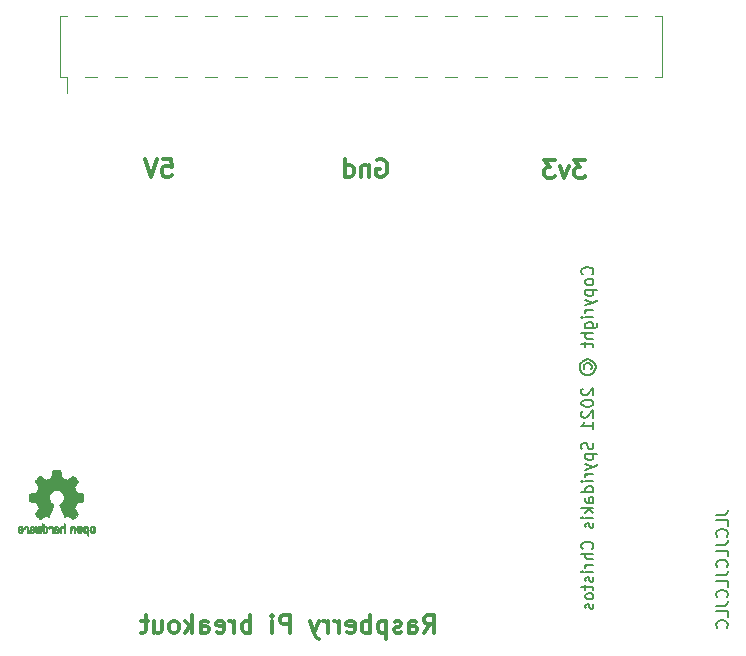
<source format=gbr>
%TF.GenerationSoftware,KiCad,Pcbnew,5.1.9-73d0e3b20d~88~ubuntu18.04.1*%
%TF.CreationDate,2021-07-10T12:21:25+03:00*%
%TF.ProjectId,Rpi-breakout,5270692d-6272-4656-916b-6f75742e6b69,rev?*%
%TF.SameCoordinates,Original*%
%TF.FileFunction,Legend,Bot*%
%TF.FilePolarity,Positive*%
%FSLAX46Y46*%
G04 Gerber Fmt 4.6, Leading zero omitted, Abs format (unit mm)*
G04 Created by KiCad (PCBNEW 5.1.9-73d0e3b20d~88~ubuntu18.04.1) date 2021-07-10 12:21:25*
%MOMM*%
%LPD*%
G01*
G04 APERTURE LIST*
%ADD10C,0.150000*%
%ADD11C,0.300000*%
%ADD12C,0.010000*%
%ADD13C,0.120000*%
G04 APERTURE END LIST*
D10*
X113057142Y-99042857D02*
X113104761Y-98995238D01*
X113152380Y-98852380D01*
X113152380Y-98757142D01*
X113104761Y-98614285D01*
X113009523Y-98519047D01*
X112914285Y-98471428D01*
X112723809Y-98423809D01*
X112580952Y-98423809D01*
X112390476Y-98471428D01*
X112295238Y-98519047D01*
X112200000Y-98614285D01*
X112152380Y-98757142D01*
X112152380Y-98852380D01*
X112200000Y-98995238D01*
X112247619Y-99042857D01*
X113152380Y-99614285D02*
X113104761Y-99519047D01*
X113057142Y-99471428D01*
X112961904Y-99423809D01*
X112676190Y-99423809D01*
X112580952Y-99471428D01*
X112533333Y-99519047D01*
X112485714Y-99614285D01*
X112485714Y-99757142D01*
X112533333Y-99852380D01*
X112580952Y-99900000D01*
X112676190Y-99947619D01*
X112961904Y-99947619D01*
X113057142Y-99900000D01*
X113104761Y-99852380D01*
X113152380Y-99757142D01*
X113152380Y-99614285D01*
X112485714Y-100376190D02*
X113485714Y-100376190D01*
X112533333Y-100376190D02*
X112485714Y-100471428D01*
X112485714Y-100661904D01*
X112533333Y-100757142D01*
X112580952Y-100804761D01*
X112676190Y-100852380D01*
X112961904Y-100852380D01*
X113057142Y-100804761D01*
X113104761Y-100757142D01*
X113152380Y-100661904D01*
X113152380Y-100471428D01*
X113104761Y-100376190D01*
X112485714Y-101185714D02*
X113152380Y-101423809D01*
X112485714Y-101661904D02*
X113152380Y-101423809D01*
X113390476Y-101328571D01*
X113438095Y-101280952D01*
X113485714Y-101185714D01*
X113152380Y-102042857D02*
X112485714Y-102042857D01*
X112676190Y-102042857D02*
X112580952Y-102090476D01*
X112533333Y-102138095D01*
X112485714Y-102233333D01*
X112485714Y-102328571D01*
X113152380Y-102661904D02*
X112485714Y-102661904D01*
X112152380Y-102661904D02*
X112200000Y-102614285D01*
X112247619Y-102661904D01*
X112200000Y-102709523D01*
X112152380Y-102661904D01*
X112247619Y-102661904D01*
X112485714Y-103566666D02*
X113295238Y-103566666D01*
X113390476Y-103519047D01*
X113438095Y-103471428D01*
X113485714Y-103376190D01*
X113485714Y-103233333D01*
X113438095Y-103138095D01*
X113104761Y-103566666D02*
X113152380Y-103471428D01*
X113152380Y-103280952D01*
X113104761Y-103185714D01*
X113057142Y-103138095D01*
X112961904Y-103090476D01*
X112676190Y-103090476D01*
X112580952Y-103138095D01*
X112533333Y-103185714D01*
X112485714Y-103280952D01*
X112485714Y-103471428D01*
X112533333Y-103566666D01*
X113152380Y-104042857D02*
X112152380Y-104042857D01*
X113152380Y-104471428D02*
X112628571Y-104471428D01*
X112533333Y-104423809D01*
X112485714Y-104328571D01*
X112485714Y-104185714D01*
X112533333Y-104090476D01*
X112580952Y-104042857D01*
X112485714Y-104804761D02*
X112485714Y-105185714D01*
X112152380Y-104947619D02*
X113009523Y-104947619D01*
X113104761Y-104995238D01*
X113152380Y-105090476D01*
X113152380Y-105185714D01*
X112390476Y-107090476D02*
X112342857Y-106995238D01*
X112342857Y-106804761D01*
X112390476Y-106709523D01*
X112485714Y-106614285D01*
X112580952Y-106566666D01*
X112771428Y-106566666D01*
X112866666Y-106614285D01*
X112961904Y-106709523D01*
X113009523Y-106804761D01*
X113009523Y-106995238D01*
X112961904Y-107090476D01*
X112009523Y-106900000D02*
X112057142Y-106661904D01*
X112200000Y-106423809D01*
X112438095Y-106280952D01*
X112676190Y-106233333D01*
X112914285Y-106280952D01*
X113152380Y-106423809D01*
X113295238Y-106661904D01*
X113342857Y-106900000D01*
X113295238Y-107138095D01*
X113152380Y-107376190D01*
X112914285Y-107519047D01*
X112676190Y-107566666D01*
X112438095Y-107519047D01*
X112200000Y-107376190D01*
X112057142Y-107138095D01*
X112009523Y-106900000D01*
X112247619Y-108709523D02*
X112200000Y-108757142D01*
X112152380Y-108852380D01*
X112152380Y-109090476D01*
X112200000Y-109185714D01*
X112247619Y-109233333D01*
X112342857Y-109280952D01*
X112438095Y-109280952D01*
X112580952Y-109233333D01*
X113152380Y-108661904D01*
X113152380Y-109280952D01*
X112152380Y-109899999D02*
X112152380Y-109995238D01*
X112200000Y-110090476D01*
X112247619Y-110138095D01*
X112342857Y-110185714D01*
X112533333Y-110233333D01*
X112771428Y-110233333D01*
X112961904Y-110185714D01*
X113057142Y-110138095D01*
X113104761Y-110090476D01*
X113152380Y-109995238D01*
X113152380Y-109899999D01*
X113104761Y-109804761D01*
X113057142Y-109757142D01*
X112961904Y-109709523D01*
X112771428Y-109661904D01*
X112533333Y-109661904D01*
X112342857Y-109709523D01*
X112247619Y-109757142D01*
X112200000Y-109804761D01*
X112152380Y-109899999D01*
X112247619Y-110614285D02*
X112200000Y-110661904D01*
X112152380Y-110757142D01*
X112152380Y-110995238D01*
X112200000Y-111090476D01*
X112247619Y-111138095D01*
X112342857Y-111185714D01*
X112438095Y-111185714D01*
X112580952Y-111138095D01*
X113152380Y-110566666D01*
X113152380Y-111185714D01*
X113152380Y-112138095D02*
X113152380Y-111566666D01*
X113152380Y-111852380D02*
X112152380Y-111852380D01*
X112295238Y-111757142D01*
X112390476Y-111661904D01*
X112438095Y-111566666D01*
X113104761Y-113280952D02*
X113152380Y-113423809D01*
X113152380Y-113661904D01*
X113104761Y-113757142D01*
X113057142Y-113804761D01*
X112961904Y-113852380D01*
X112866666Y-113852380D01*
X112771428Y-113804761D01*
X112723809Y-113757142D01*
X112676190Y-113661904D01*
X112628571Y-113471428D01*
X112580952Y-113376190D01*
X112533333Y-113328571D01*
X112438095Y-113280952D01*
X112342857Y-113280952D01*
X112247619Y-113328571D01*
X112200000Y-113376190D01*
X112152380Y-113471428D01*
X112152380Y-113709523D01*
X112200000Y-113852380D01*
X112485714Y-114280952D02*
X113485714Y-114280952D01*
X112533333Y-114280952D02*
X112485714Y-114376190D01*
X112485714Y-114566666D01*
X112533333Y-114661904D01*
X112580952Y-114709523D01*
X112676190Y-114757142D01*
X112961904Y-114757142D01*
X113057142Y-114709523D01*
X113104761Y-114661904D01*
X113152380Y-114566666D01*
X113152380Y-114376190D01*
X113104761Y-114280952D01*
X112485714Y-115090476D02*
X113152380Y-115328571D01*
X112485714Y-115566666D02*
X113152380Y-115328571D01*
X113390476Y-115233333D01*
X113438095Y-115185714D01*
X113485714Y-115090476D01*
X113152380Y-115947619D02*
X112485714Y-115947619D01*
X112676190Y-115947619D02*
X112580952Y-115995238D01*
X112533333Y-116042857D01*
X112485714Y-116138095D01*
X112485714Y-116233333D01*
X113152380Y-116566666D02*
X112485714Y-116566666D01*
X112152380Y-116566666D02*
X112200000Y-116519047D01*
X112247619Y-116566666D01*
X112200000Y-116614285D01*
X112152380Y-116566666D01*
X112247619Y-116566666D01*
X113152380Y-117471428D02*
X112152380Y-117471428D01*
X113104761Y-117471428D02*
X113152380Y-117376190D01*
X113152380Y-117185714D01*
X113104761Y-117090476D01*
X113057142Y-117042857D01*
X112961904Y-116995238D01*
X112676190Y-116995238D01*
X112580952Y-117042857D01*
X112533333Y-117090476D01*
X112485714Y-117185714D01*
X112485714Y-117376190D01*
X112533333Y-117471428D01*
X113152380Y-118376190D02*
X112628571Y-118376190D01*
X112533333Y-118328571D01*
X112485714Y-118233333D01*
X112485714Y-118042857D01*
X112533333Y-117947619D01*
X113104761Y-118376190D02*
X113152380Y-118280952D01*
X113152380Y-118042857D01*
X113104761Y-117947619D01*
X113009523Y-117899999D01*
X112914285Y-117899999D01*
X112819047Y-117947619D01*
X112771428Y-118042857D01*
X112771428Y-118280952D01*
X112723809Y-118376190D01*
X113152380Y-118852380D02*
X112152380Y-118852380D01*
X112771428Y-118947619D02*
X113152380Y-119233333D01*
X112485714Y-119233333D02*
X112866666Y-118852380D01*
X113152380Y-119661904D02*
X112485714Y-119661904D01*
X112152380Y-119661904D02*
X112200000Y-119614285D01*
X112247619Y-119661904D01*
X112200000Y-119709523D01*
X112152380Y-119661904D01*
X112247619Y-119661904D01*
X113104761Y-120090476D02*
X113152380Y-120185714D01*
X113152380Y-120376190D01*
X113104761Y-120471428D01*
X113009523Y-120519047D01*
X112961904Y-120519047D01*
X112866666Y-120471428D01*
X112819047Y-120376190D01*
X112819047Y-120233333D01*
X112771428Y-120138095D01*
X112676190Y-120090476D01*
X112628571Y-120090476D01*
X112533333Y-120138095D01*
X112485714Y-120233333D01*
X112485714Y-120376190D01*
X112533333Y-120471428D01*
X113057142Y-122280952D02*
X113104761Y-122233333D01*
X113152380Y-122090476D01*
X113152380Y-121995238D01*
X113104761Y-121852380D01*
X113009523Y-121757142D01*
X112914285Y-121709523D01*
X112723809Y-121661904D01*
X112580952Y-121661904D01*
X112390476Y-121709523D01*
X112295238Y-121757142D01*
X112200000Y-121852380D01*
X112152380Y-121995238D01*
X112152380Y-122090476D01*
X112200000Y-122233333D01*
X112247619Y-122280952D01*
X113152380Y-122709523D02*
X112152380Y-122709523D01*
X113152380Y-123138095D02*
X112628571Y-123138095D01*
X112533333Y-123090476D01*
X112485714Y-122995238D01*
X112485714Y-122852380D01*
X112533333Y-122757142D01*
X112580952Y-122709523D01*
X113152380Y-123614285D02*
X112485714Y-123614285D01*
X112676190Y-123614285D02*
X112580952Y-123661904D01*
X112533333Y-123709523D01*
X112485714Y-123804761D01*
X112485714Y-123899999D01*
X113152380Y-124233333D02*
X112485714Y-124233333D01*
X112152380Y-124233333D02*
X112200000Y-124185714D01*
X112247619Y-124233333D01*
X112200000Y-124280952D01*
X112152380Y-124233333D01*
X112247619Y-124233333D01*
X113104761Y-124661904D02*
X113152380Y-124757142D01*
X113152380Y-124947619D01*
X113104761Y-125042857D01*
X113009523Y-125090476D01*
X112961904Y-125090476D01*
X112866666Y-125042857D01*
X112819047Y-124947619D01*
X112819047Y-124804761D01*
X112771428Y-124709523D01*
X112676190Y-124661904D01*
X112628571Y-124661904D01*
X112533333Y-124709523D01*
X112485714Y-124804761D01*
X112485714Y-124947619D01*
X112533333Y-125042857D01*
X112485714Y-125376190D02*
X112485714Y-125757142D01*
X112152380Y-125519047D02*
X113009523Y-125519047D01*
X113104761Y-125566666D01*
X113152380Y-125661904D01*
X113152380Y-125757142D01*
X113152380Y-126233333D02*
X113104761Y-126138095D01*
X113057142Y-126090476D01*
X112961904Y-126042857D01*
X112676190Y-126042857D01*
X112580952Y-126090476D01*
X112533333Y-126138095D01*
X112485714Y-126233333D01*
X112485714Y-126376190D01*
X112533333Y-126471428D01*
X112580952Y-126519047D01*
X112676190Y-126566666D01*
X112961904Y-126566666D01*
X113057142Y-126519047D01*
X113104761Y-126471428D01*
X113152380Y-126376190D01*
X113152380Y-126233333D01*
X113104761Y-126947619D02*
X113152380Y-127042857D01*
X113152380Y-127233333D01*
X113104761Y-127328571D01*
X113009523Y-127376190D01*
X112961904Y-127376190D01*
X112866666Y-127328571D01*
X112819047Y-127233333D01*
X112819047Y-127090476D01*
X112771428Y-126995238D01*
X112676190Y-126947619D01*
X112628571Y-126947619D01*
X112533333Y-126995238D01*
X112485714Y-127090476D01*
X112485714Y-127233333D01*
X112533333Y-127328571D01*
D11*
X76685714Y-89278571D02*
X77400000Y-89278571D01*
X77471428Y-89992857D01*
X77400000Y-89921428D01*
X77257142Y-89850000D01*
X76900000Y-89850000D01*
X76757142Y-89921428D01*
X76685714Y-89992857D01*
X76614285Y-90135714D01*
X76614285Y-90492857D01*
X76685714Y-90635714D01*
X76757142Y-90707142D01*
X76900000Y-90778571D01*
X77257142Y-90778571D01*
X77400000Y-90707142D01*
X77471428Y-90635714D01*
X76185714Y-89278571D02*
X75685714Y-90778571D01*
X75185714Y-89278571D01*
X94864285Y-89350000D02*
X95007142Y-89278571D01*
X95221428Y-89278571D01*
X95435714Y-89350000D01*
X95578571Y-89492857D01*
X95650000Y-89635714D01*
X95721428Y-89921428D01*
X95721428Y-90135714D01*
X95650000Y-90421428D01*
X95578571Y-90564285D01*
X95435714Y-90707142D01*
X95221428Y-90778571D01*
X95078571Y-90778571D01*
X94864285Y-90707142D01*
X94792857Y-90635714D01*
X94792857Y-90135714D01*
X95078571Y-90135714D01*
X94150000Y-89778571D02*
X94150000Y-90778571D01*
X94150000Y-89921428D02*
X94078571Y-89850000D01*
X93935714Y-89778571D01*
X93721428Y-89778571D01*
X93578571Y-89850000D01*
X93507142Y-89992857D01*
X93507142Y-90778571D01*
X92150000Y-90778571D02*
X92150000Y-89278571D01*
X92150000Y-90707142D02*
X92292857Y-90778571D01*
X92578571Y-90778571D01*
X92721428Y-90707142D01*
X92792857Y-90635714D01*
X92864285Y-90492857D01*
X92864285Y-90064285D01*
X92792857Y-89921428D01*
X92721428Y-89850000D01*
X92578571Y-89778571D01*
X92292857Y-89778571D01*
X92150000Y-89850000D01*
X112485714Y-89378571D02*
X111557142Y-89378571D01*
X112057142Y-89950000D01*
X111842857Y-89950000D01*
X111700000Y-90021428D01*
X111628571Y-90092857D01*
X111557142Y-90235714D01*
X111557142Y-90592857D01*
X111628571Y-90735714D01*
X111700000Y-90807142D01*
X111842857Y-90878571D01*
X112271428Y-90878571D01*
X112414285Y-90807142D01*
X112485714Y-90735714D01*
X111057142Y-89878571D02*
X110700000Y-90878571D01*
X110342857Y-89878571D01*
X109914285Y-89378571D02*
X108985714Y-89378571D01*
X109485714Y-89950000D01*
X109271428Y-89950000D01*
X109128571Y-90021428D01*
X109057142Y-90092857D01*
X108985714Y-90235714D01*
X108985714Y-90592857D01*
X109057142Y-90735714D01*
X109128571Y-90807142D01*
X109271428Y-90878571D01*
X109700000Y-90878571D01*
X109842857Y-90807142D01*
X109914285Y-90735714D01*
X98828571Y-129378571D02*
X99328571Y-128664285D01*
X99685714Y-129378571D02*
X99685714Y-127878571D01*
X99114285Y-127878571D01*
X98971428Y-127950000D01*
X98900000Y-128021428D01*
X98828571Y-128164285D01*
X98828571Y-128378571D01*
X98900000Y-128521428D01*
X98971428Y-128592857D01*
X99114285Y-128664285D01*
X99685714Y-128664285D01*
X97542857Y-129378571D02*
X97542857Y-128592857D01*
X97614285Y-128450000D01*
X97757142Y-128378571D01*
X98042857Y-128378571D01*
X98185714Y-128450000D01*
X97542857Y-129307142D02*
X97685714Y-129378571D01*
X98042857Y-129378571D01*
X98185714Y-129307142D01*
X98257142Y-129164285D01*
X98257142Y-129021428D01*
X98185714Y-128878571D01*
X98042857Y-128807142D01*
X97685714Y-128807142D01*
X97542857Y-128735714D01*
X96900000Y-129307142D02*
X96757142Y-129378571D01*
X96471428Y-129378571D01*
X96328571Y-129307142D01*
X96257142Y-129164285D01*
X96257142Y-129092857D01*
X96328571Y-128950000D01*
X96471428Y-128878571D01*
X96685714Y-128878571D01*
X96828571Y-128807142D01*
X96900000Y-128664285D01*
X96900000Y-128592857D01*
X96828571Y-128450000D01*
X96685714Y-128378571D01*
X96471428Y-128378571D01*
X96328571Y-128450000D01*
X95614285Y-128378571D02*
X95614285Y-129878571D01*
X95614285Y-128450000D02*
X95471428Y-128378571D01*
X95185714Y-128378571D01*
X95042857Y-128450000D01*
X94971428Y-128521428D01*
X94900000Y-128664285D01*
X94900000Y-129092857D01*
X94971428Y-129235714D01*
X95042857Y-129307142D01*
X95185714Y-129378571D01*
X95471428Y-129378571D01*
X95614285Y-129307142D01*
X94257142Y-129378571D02*
X94257142Y-127878571D01*
X94257142Y-128450000D02*
X94114285Y-128378571D01*
X93828571Y-128378571D01*
X93685714Y-128450000D01*
X93614285Y-128521428D01*
X93542857Y-128664285D01*
X93542857Y-129092857D01*
X93614285Y-129235714D01*
X93685714Y-129307142D01*
X93828571Y-129378571D01*
X94114285Y-129378571D01*
X94257142Y-129307142D01*
X92328571Y-129307142D02*
X92471428Y-129378571D01*
X92757142Y-129378571D01*
X92900000Y-129307142D01*
X92971428Y-129164285D01*
X92971428Y-128592857D01*
X92900000Y-128450000D01*
X92757142Y-128378571D01*
X92471428Y-128378571D01*
X92328571Y-128450000D01*
X92257142Y-128592857D01*
X92257142Y-128735714D01*
X92971428Y-128878571D01*
X91614285Y-129378571D02*
X91614285Y-128378571D01*
X91614285Y-128664285D02*
X91542857Y-128521428D01*
X91471428Y-128450000D01*
X91328571Y-128378571D01*
X91185714Y-128378571D01*
X90685714Y-129378571D02*
X90685714Y-128378571D01*
X90685714Y-128664285D02*
X90614285Y-128521428D01*
X90542857Y-128450000D01*
X90399999Y-128378571D01*
X90257142Y-128378571D01*
X89899999Y-128378571D02*
X89542857Y-129378571D01*
X89185714Y-128378571D02*
X89542857Y-129378571D01*
X89685714Y-129735714D01*
X89757142Y-129807142D01*
X89899999Y-129878571D01*
X87471428Y-129378571D02*
X87471428Y-127878571D01*
X86900000Y-127878571D01*
X86757142Y-127950000D01*
X86685714Y-128021428D01*
X86614285Y-128164285D01*
X86614285Y-128378571D01*
X86685714Y-128521428D01*
X86757142Y-128592857D01*
X86900000Y-128664285D01*
X87471428Y-128664285D01*
X85971428Y-129378571D02*
X85971428Y-128378571D01*
X85971428Y-127878571D02*
X86042857Y-127950000D01*
X85971428Y-128021428D01*
X85900000Y-127950000D01*
X85971428Y-127878571D01*
X85971428Y-128021428D01*
X84114285Y-129378571D02*
X84114285Y-127878571D01*
X84114285Y-128450000D02*
X83971428Y-128378571D01*
X83685714Y-128378571D01*
X83542857Y-128450000D01*
X83471428Y-128521428D01*
X83400000Y-128664285D01*
X83400000Y-129092857D01*
X83471428Y-129235714D01*
X83542857Y-129307142D01*
X83685714Y-129378571D01*
X83971428Y-129378571D01*
X84114285Y-129307142D01*
X82757142Y-129378571D02*
X82757142Y-128378571D01*
X82757142Y-128664285D02*
X82685714Y-128521428D01*
X82614285Y-128450000D01*
X82471428Y-128378571D01*
X82328571Y-128378571D01*
X81257142Y-129307142D02*
X81400000Y-129378571D01*
X81685714Y-129378571D01*
X81828571Y-129307142D01*
X81900000Y-129164285D01*
X81900000Y-128592857D01*
X81828571Y-128450000D01*
X81685714Y-128378571D01*
X81400000Y-128378571D01*
X81257142Y-128450000D01*
X81185714Y-128592857D01*
X81185714Y-128735714D01*
X81900000Y-128878571D01*
X79900000Y-129378571D02*
X79900000Y-128592857D01*
X79971428Y-128450000D01*
X80114285Y-128378571D01*
X80400000Y-128378571D01*
X80542857Y-128450000D01*
X79900000Y-129307142D02*
X80042857Y-129378571D01*
X80400000Y-129378571D01*
X80542857Y-129307142D01*
X80614285Y-129164285D01*
X80614285Y-129021428D01*
X80542857Y-128878571D01*
X80400000Y-128807142D01*
X80042857Y-128807142D01*
X79900000Y-128735714D01*
X79185714Y-129378571D02*
X79185714Y-127878571D01*
X79042857Y-128807142D02*
X78614285Y-129378571D01*
X78614285Y-128378571D02*
X79185714Y-128950000D01*
X77757142Y-129378571D02*
X77899999Y-129307142D01*
X77971428Y-129235714D01*
X78042857Y-129092857D01*
X78042857Y-128664285D01*
X77971428Y-128521428D01*
X77899999Y-128450000D01*
X77757142Y-128378571D01*
X77542857Y-128378571D01*
X77399999Y-128450000D01*
X77328571Y-128521428D01*
X77257142Y-128664285D01*
X77257142Y-129092857D01*
X77328571Y-129235714D01*
X77399999Y-129307142D01*
X77542857Y-129378571D01*
X77757142Y-129378571D01*
X75971428Y-128378571D02*
X75971428Y-129378571D01*
X76614285Y-128378571D02*
X76614285Y-129164285D01*
X76542857Y-129307142D01*
X76399999Y-129378571D01*
X76185714Y-129378571D01*
X76042857Y-129307142D01*
X75971428Y-129235714D01*
X75471428Y-128378571D02*
X74899999Y-128378571D01*
X75257142Y-127878571D02*
X75257142Y-129164285D01*
X75185714Y-129307142D01*
X75042857Y-129378571D01*
X74899999Y-129378571D01*
D10*
X123552380Y-119380952D02*
X124266666Y-119380952D01*
X124409523Y-119333333D01*
X124504761Y-119238095D01*
X124552380Y-119095238D01*
X124552380Y-119000000D01*
X124552380Y-120333333D02*
X124552380Y-119857142D01*
X123552380Y-119857142D01*
X124457142Y-121238095D02*
X124504761Y-121190476D01*
X124552380Y-121047619D01*
X124552380Y-120952380D01*
X124504761Y-120809523D01*
X124409523Y-120714285D01*
X124314285Y-120666666D01*
X124123809Y-120619047D01*
X123980952Y-120619047D01*
X123790476Y-120666666D01*
X123695238Y-120714285D01*
X123600000Y-120809523D01*
X123552380Y-120952380D01*
X123552380Y-121047619D01*
X123600000Y-121190476D01*
X123647619Y-121238095D01*
X123552380Y-121952380D02*
X124266666Y-121952380D01*
X124409523Y-121904761D01*
X124504761Y-121809523D01*
X124552380Y-121666666D01*
X124552380Y-121571428D01*
X124552380Y-122904761D02*
X124552380Y-122428571D01*
X123552380Y-122428571D01*
X124457142Y-123809523D02*
X124504761Y-123761904D01*
X124552380Y-123619047D01*
X124552380Y-123523809D01*
X124504761Y-123380952D01*
X124409523Y-123285714D01*
X124314285Y-123238095D01*
X124123809Y-123190476D01*
X123980952Y-123190476D01*
X123790476Y-123238095D01*
X123695238Y-123285714D01*
X123600000Y-123380952D01*
X123552380Y-123523809D01*
X123552380Y-123619047D01*
X123600000Y-123761904D01*
X123647619Y-123809523D01*
X123552380Y-124523809D02*
X124266666Y-124523809D01*
X124409523Y-124476190D01*
X124504761Y-124380952D01*
X124552380Y-124238095D01*
X124552380Y-124142857D01*
X124552380Y-125476190D02*
X124552380Y-125000000D01*
X123552380Y-125000000D01*
X124457142Y-126380952D02*
X124504761Y-126333333D01*
X124552380Y-126190476D01*
X124552380Y-126095238D01*
X124504761Y-125952380D01*
X124409523Y-125857142D01*
X124314285Y-125809523D01*
X124123809Y-125761904D01*
X123980952Y-125761904D01*
X123790476Y-125809523D01*
X123695238Y-125857142D01*
X123600000Y-125952380D01*
X123552380Y-126095238D01*
X123552380Y-126190476D01*
X123600000Y-126333333D01*
X123647619Y-126380952D01*
X123552380Y-127095238D02*
X124266666Y-127095238D01*
X124409523Y-127047619D01*
X124504761Y-126952380D01*
X124552380Y-126809523D01*
X124552380Y-126714285D01*
X124552380Y-128047619D02*
X124552380Y-127571428D01*
X123552380Y-127571428D01*
X124457142Y-128952380D02*
X124504761Y-128904761D01*
X124552380Y-128761904D01*
X124552380Y-128666666D01*
X124504761Y-128523809D01*
X124409523Y-128428571D01*
X124314285Y-128380952D01*
X124123809Y-128333333D01*
X123980952Y-128333333D01*
X123790476Y-128380952D01*
X123695238Y-128428571D01*
X123600000Y-128523809D01*
X123552380Y-128666666D01*
X123552380Y-128761904D01*
X123600000Y-128904761D01*
X123647619Y-128952380D01*
D12*
%TO.C,REF\u002A\u002A*%
G36*
X67596090Y-115642348D02*
G01*
X67517546Y-115642778D01*
X67460702Y-115643942D01*
X67421895Y-115646207D01*
X67397462Y-115649940D01*
X67383738Y-115655506D01*
X67377060Y-115663273D01*
X67373764Y-115673605D01*
X67373444Y-115674943D01*
X67368438Y-115699079D01*
X67359171Y-115746701D01*
X67346608Y-115812741D01*
X67331713Y-115892128D01*
X67315449Y-115979796D01*
X67314881Y-115982875D01*
X67298590Y-116068789D01*
X67283348Y-116144696D01*
X67270139Y-116206045D01*
X67259946Y-116248282D01*
X67253752Y-116266855D01*
X67253457Y-116267184D01*
X67235212Y-116276253D01*
X67197595Y-116291367D01*
X67148729Y-116309262D01*
X67148457Y-116309358D01*
X67086907Y-116332493D01*
X67014343Y-116361965D01*
X66945943Y-116391597D01*
X66942706Y-116393062D01*
X66831298Y-116443626D01*
X66584601Y-116275160D01*
X66508923Y-116223803D01*
X66440369Y-116177889D01*
X66382912Y-116140030D01*
X66340524Y-116112837D01*
X66317175Y-116098921D01*
X66314958Y-116097889D01*
X66297990Y-116102484D01*
X66266299Y-116124655D01*
X66218648Y-116165447D01*
X66153802Y-116225905D01*
X66087603Y-116290227D01*
X66023786Y-116353612D01*
X65966671Y-116411451D01*
X65919695Y-116460175D01*
X65886297Y-116496210D01*
X65869915Y-116515984D01*
X65869306Y-116517002D01*
X65867495Y-116530572D01*
X65874317Y-116552733D01*
X65891460Y-116586478D01*
X65920607Y-116634800D01*
X65963445Y-116700692D01*
X66020552Y-116785517D01*
X66071234Y-116860177D01*
X66116539Y-116927140D01*
X66153850Y-116982516D01*
X66180548Y-117022420D01*
X66194015Y-117042962D01*
X66194863Y-117044356D01*
X66193219Y-117064038D01*
X66180755Y-117102293D01*
X66159952Y-117151889D01*
X66152538Y-117167728D01*
X66120186Y-117238290D01*
X66085672Y-117318353D01*
X66057635Y-117387629D01*
X66037432Y-117439045D01*
X66021385Y-117478119D01*
X66012112Y-117498541D01*
X66010959Y-117500114D01*
X65993904Y-117502721D01*
X65953702Y-117509863D01*
X65895698Y-117520523D01*
X65825237Y-117533685D01*
X65747665Y-117548333D01*
X65668328Y-117563449D01*
X65592569Y-117578018D01*
X65525736Y-117591022D01*
X65473172Y-117601445D01*
X65440224Y-117608270D01*
X65432143Y-117610199D01*
X65423795Y-117614962D01*
X65417494Y-117625718D01*
X65412955Y-117646098D01*
X65409896Y-117679734D01*
X65408033Y-117730255D01*
X65407082Y-117801292D01*
X65406760Y-117896476D01*
X65406743Y-117935492D01*
X65406743Y-118252799D01*
X65482943Y-118267839D01*
X65525337Y-118275995D01*
X65588600Y-118287899D01*
X65665038Y-118302116D01*
X65746957Y-118317210D01*
X65769600Y-118321355D01*
X65845194Y-118336053D01*
X65911047Y-118350505D01*
X65961634Y-118363375D01*
X65991426Y-118373322D01*
X65996388Y-118376287D01*
X66008574Y-118397283D01*
X66026047Y-118437967D01*
X66045423Y-118490322D01*
X66049266Y-118501600D01*
X66074661Y-118571523D01*
X66106183Y-118650418D01*
X66137031Y-118721266D01*
X66137183Y-118721595D01*
X66188553Y-118832733D01*
X66019601Y-119081253D01*
X65850648Y-119329772D01*
X66067571Y-119547058D01*
X66133181Y-119611726D01*
X66193021Y-119668733D01*
X66243733Y-119715033D01*
X66281954Y-119747584D01*
X66304325Y-119763343D01*
X66307534Y-119764343D01*
X66326374Y-119756469D01*
X66364820Y-119734578D01*
X66418670Y-119701267D01*
X66483724Y-119659131D01*
X66554060Y-119611943D01*
X66625445Y-119563810D01*
X66689092Y-119521928D01*
X66740959Y-119488871D01*
X66777005Y-119467218D01*
X66793133Y-119459543D01*
X66812811Y-119466037D01*
X66850125Y-119483150D01*
X66897379Y-119507326D01*
X66902388Y-119510013D01*
X66966023Y-119541927D01*
X67009659Y-119557579D01*
X67036798Y-119557745D01*
X67050943Y-119543204D01*
X67051025Y-119543000D01*
X67058095Y-119525779D01*
X67074958Y-119484899D01*
X67100305Y-119423525D01*
X67132829Y-119344819D01*
X67171222Y-119251947D01*
X67214178Y-119148072D01*
X67255778Y-119047502D01*
X67301496Y-118936516D01*
X67343474Y-118833703D01*
X67380452Y-118742215D01*
X67411173Y-118665201D01*
X67434378Y-118605815D01*
X67448810Y-118567209D01*
X67453257Y-118552800D01*
X67442104Y-118536272D01*
X67412931Y-118509930D01*
X67374029Y-118480887D01*
X67263243Y-118389039D01*
X67176649Y-118283759D01*
X67115284Y-118167266D01*
X67080185Y-118041776D01*
X67072392Y-117909507D01*
X67078057Y-117848457D01*
X67108922Y-117721795D01*
X67162080Y-117609941D01*
X67234233Y-117514001D01*
X67322083Y-117435076D01*
X67422335Y-117374270D01*
X67531690Y-117332687D01*
X67646853Y-117311428D01*
X67764525Y-117311599D01*
X67881410Y-117334301D01*
X67994211Y-117380638D01*
X68099631Y-117451713D01*
X68143632Y-117491911D01*
X68228021Y-117595129D01*
X68286778Y-117707925D01*
X68320296Y-117827010D01*
X68328965Y-117949095D01*
X68313177Y-118070893D01*
X68273322Y-118189116D01*
X68209793Y-118300475D01*
X68122979Y-118401684D01*
X68025971Y-118480887D01*
X67985563Y-118511162D01*
X67957018Y-118537219D01*
X67946743Y-118552825D01*
X67952123Y-118569843D01*
X67967425Y-118610500D01*
X67991388Y-118671642D01*
X68022756Y-118750119D01*
X68060268Y-118842780D01*
X68102667Y-118946472D01*
X68144337Y-119047526D01*
X68190310Y-119158607D01*
X68232893Y-119261541D01*
X68270779Y-119353165D01*
X68302660Y-119430316D01*
X68327229Y-119489831D01*
X68343180Y-119528544D01*
X68349090Y-119543000D01*
X68363052Y-119557685D01*
X68390060Y-119557642D01*
X68433587Y-119542099D01*
X68497110Y-119510284D01*
X68497612Y-119510013D01*
X68545440Y-119485323D01*
X68584103Y-119467338D01*
X68605905Y-119459614D01*
X68606867Y-119459543D01*
X68623279Y-119467378D01*
X68659513Y-119489165D01*
X68711526Y-119522328D01*
X68775275Y-119564291D01*
X68845940Y-119611943D01*
X68917884Y-119660191D01*
X68982726Y-119702151D01*
X69036265Y-119735227D01*
X69074303Y-119756821D01*
X69092467Y-119764343D01*
X69109192Y-119754457D01*
X69142820Y-119726826D01*
X69189990Y-119684495D01*
X69247342Y-119630505D01*
X69311516Y-119567899D01*
X69332503Y-119546983D01*
X69549501Y-119329623D01*
X69384332Y-119087220D01*
X69334136Y-119012781D01*
X69290081Y-118945972D01*
X69254638Y-118890665D01*
X69230281Y-118850729D01*
X69219478Y-118830036D01*
X69219162Y-118828563D01*
X69224857Y-118809058D01*
X69240174Y-118769822D01*
X69262463Y-118717430D01*
X69278107Y-118682355D01*
X69307359Y-118615201D01*
X69334906Y-118547358D01*
X69356263Y-118490034D01*
X69362065Y-118472572D01*
X69378548Y-118425938D01*
X69394660Y-118389905D01*
X69403510Y-118376287D01*
X69423040Y-118367952D01*
X69465666Y-118356137D01*
X69525855Y-118342181D01*
X69598078Y-118327422D01*
X69630400Y-118321355D01*
X69712478Y-118306273D01*
X69791205Y-118291669D01*
X69858891Y-118278980D01*
X69907840Y-118269642D01*
X69917057Y-118267839D01*
X69993257Y-118252799D01*
X69993257Y-117935492D01*
X69993086Y-117831154D01*
X69992384Y-117752213D01*
X69990866Y-117695038D01*
X69988251Y-117655999D01*
X69984254Y-117631465D01*
X69978591Y-117617805D01*
X69970980Y-117611389D01*
X69967857Y-117610199D01*
X69949022Y-117605980D01*
X69907412Y-117597562D01*
X69848370Y-117585961D01*
X69777243Y-117572195D01*
X69699375Y-117557280D01*
X69620113Y-117542232D01*
X69544802Y-117528069D01*
X69478787Y-117515806D01*
X69427413Y-117506461D01*
X69396025Y-117501050D01*
X69389041Y-117500114D01*
X69382715Y-117487596D01*
X69368710Y-117454246D01*
X69349645Y-117406377D01*
X69342366Y-117387629D01*
X69313004Y-117315195D01*
X69278429Y-117235170D01*
X69247463Y-117167728D01*
X69224677Y-117116159D01*
X69209518Y-117073785D01*
X69204458Y-117047834D01*
X69205264Y-117044356D01*
X69215959Y-117027936D01*
X69240380Y-116991417D01*
X69275905Y-116938687D01*
X69319913Y-116873635D01*
X69369783Y-116800151D01*
X69379644Y-116785645D01*
X69437508Y-116699704D01*
X69480044Y-116634261D01*
X69508946Y-116586304D01*
X69525910Y-116552820D01*
X69532633Y-116530795D01*
X69530810Y-116517217D01*
X69530764Y-116517131D01*
X69516414Y-116499297D01*
X69484677Y-116464817D01*
X69438990Y-116417268D01*
X69382796Y-116360222D01*
X69319532Y-116297255D01*
X69312398Y-116290227D01*
X69232670Y-116213020D01*
X69171143Y-116156330D01*
X69126579Y-116119110D01*
X69097743Y-116100315D01*
X69085042Y-116097889D01*
X69066506Y-116108471D01*
X69028039Y-116132916D01*
X68973614Y-116168612D01*
X68907202Y-116212947D01*
X68832775Y-116263311D01*
X68815399Y-116275160D01*
X68568703Y-116443626D01*
X68457294Y-116393062D01*
X68389543Y-116363595D01*
X68316817Y-116333959D01*
X68254297Y-116310330D01*
X68251543Y-116309358D01*
X68202640Y-116291457D01*
X68164943Y-116276320D01*
X68146575Y-116267210D01*
X68146544Y-116267184D01*
X68140715Y-116250717D01*
X68130808Y-116210219D01*
X68117805Y-116150242D01*
X68102691Y-116075340D01*
X68086448Y-115990064D01*
X68085119Y-115982875D01*
X68068825Y-115895014D01*
X68053867Y-115815260D01*
X68041209Y-115748681D01*
X68031814Y-115700347D01*
X68026646Y-115675325D01*
X68026556Y-115674943D01*
X68023411Y-115664299D01*
X68017296Y-115656262D01*
X68004547Y-115650467D01*
X67981500Y-115646547D01*
X67944491Y-115644135D01*
X67889856Y-115642865D01*
X67813933Y-115642371D01*
X67713056Y-115642286D01*
X67700000Y-115642286D01*
X67596090Y-115642348D01*
G37*
X67596090Y-115642348D02*
X67517546Y-115642778D01*
X67460702Y-115643942D01*
X67421895Y-115646207D01*
X67397462Y-115649940D01*
X67383738Y-115655506D01*
X67377060Y-115663273D01*
X67373764Y-115673605D01*
X67373444Y-115674943D01*
X67368438Y-115699079D01*
X67359171Y-115746701D01*
X67346608Y-115812741D01*
X67331713Y-115892128D01*
X67315449Y-115979796D01*
X67314881Y-115982875D01*
X67298590Y-116068789D01*
X67283348Y-116144696D01*
X67270139Y-116206045D01*
X67259946Y-116248282D01*
X67253752Y-116266855D01*
X67253457Y-116267184D01*
X67235212Y-116276253D01*
X67197595Y-116291367D01*
X67148729Y-116309262D01*
X67148457Y-116309358D01*
X67086907Y-116332493D01*
X67014343Y-116361965D01*
X66945943Y-116391597D01*
X66942706Y-116393062D01*
X66831298Y-116443626D01*
X66584601Y-116275160D01*
X66508923Y-116223803D01*
X66440369Y-116177889D01*
X66382912Y-116140030D01*
X66340524Y-116112837D01*
X66317175Y-116098921D01*
X66314958Y-116097889D01*
X66297990Y-116102484D01*
X66266299Y-116124655D01*
X66218648Y-116165447D01*
X66153802Y-116225905D01*
X66087603Y-116290227D01*
X66023786Y-116353612D01*
X65966671Y-116411451D01*
X65919695Y-116460175D01*
X65886297Y-116496210D01*
X65869915Y-116515984D01*
X65869306Y-116517002D01*
X65867495Y-116530572D01*
X65874317Y-116552733D01*
X65891460Y-116586478D01*
X65920607Y-116634800D01*
X65963445Y-116700692D01*
X66020552Y-116785517D01*
X66071234Y-116860177D01*
X66116539Y-116927140D01*
X66153850Y-116982516D01*
X66180548Y-117022420D01*
X66194015Y-117042962D01*
X66194863Y-117044356D01*
X66193219Y-117064038D01*
X66180755Y-117102293D01*
X66159952Y-117151889D01*
X66152538Y-117167728D01*
X66120186Y-117238290D01*
X66085672Y-117318353D01*
X66057635Y-117387629D01*
X66037432Y-117439045D01*
X66021385Y-117478119D01*
X66012112Y-117498541D01*
X66010959Y-117500114D01*
X65993904Y-117502721D01*
X65953702Y-117509863D01*
X65895698Y-117520523D01*
X65825237Y-117533685D01*
X65747665Y-117548333D01*
X65668328Y-117563449D01*
X65592569Y-117578018D01*
X65525736Y-117591022D01*
X65473172Y-117601445D01*
X65440224Y-117608270D01*
X65432143Y-117610199D01*
X65423795Y-117614962D01*
X65417494Y-117625718D01*
X65412955Y-117646098D01*
X65409896Y-117679734D01*
X65408033Y-117730255D01*
X65407082Y-117801292D01*
X65406760Y-117896476D01*
X65406743Y-117935492D01*
X65406743Y-118252799D01*
X65482943Y-118267839D01*
X65525337Y-118275995D01*
X65588600Y-118287899D01*
X65665038Y-118302116D01*
X65746957Y-118317210D01*
X65769600Y-118321355D01*
X65845194Y-118336053D01*
X65911047Y-118350505D01*
X65961634Y-118363375D01*
X65991426Y-118373322D01*
X65996388Y-118376287D01*
X66008574Y-118397283D01*
X66026047Y-118437967D01*
X66045423Y-118490322D01*
X66049266Y-118501600D01*
X66074661Y-118571523D01*
X66106183Y-118650418D01*
X66137031Y-118721266D01*
X66137183Y-118721595D01*
X66188553Y-118832733D01*
X66019601Y-119081253D01*
X65850648Y-119329772D01*
X66067571Y-119547058D01*
X66133181Y-119611726D01*
X66193021Y-119668733D01*
X66243733Y-119715033D01*
X66281954Y-119747584D01*
X66304325Y-119763343D01*
X66307534Y-119764343D01*
X66326374Y-119756469D01*
X66364820Y-119734578D01*
X66418670Y-119701267D01*
X66483724Y-119659131D01*
X66554060Y-119611943D01*
X66625445Y-119563810D01*
X66689092Y-119521928D01*
X66740959Y-119488871D01*
X66777005Y-119467218D01*
X66793133Y-119459543D01*
X66812811Y-119466037D01*
X66850125Y-119483150D01*
X66897379Y-119507326D01*
X66902388Y-119510013D01*
X66966023Y-119541927D01*
X67009659Y-119557579D01*
X67036798Y-119557745D01*
X67050943Y-119543204D01*
X67051025Y-119543000D01*
X67058095Y-119525779D01*
X67074958Y-119484899D01*
X67100305Y-119423525D01*
X67132829Y-119344819D01*
X67171222Y-119251947D01*
X67214178Y-119148072D01*
X67255778Y-119047502D01*
X67301496Y-118936516D01*
X67343474Y-118833703D01*
X67380452Y-118742215D01*
X67411173Y-118665201D01*
X67434378Y-118605815D01*
X67448810Y-118567209D01*
X67453257Y-118552800D01*
X67442104Y-118536272D01*
X67412931Y-118509930D01*
X67374029Y-118480887D01*
X67263243Y-118389039D01*
X67176649Y-118283759D01*
X67115284Y-118167266D01*
X67080185Y-118041776D01*
X67072392Y-117909507D01*
X67078057Y-117848457D01*
X67108922Y-117721795D01*
X67162080Y-117609941D01*
X67234233Y-117514001D01*
X67322083Y-117435076D01*
X67422335Y-117374270D01*
X67531690Y-117332687D01*
X67646853Y-117311428D01*
X67764525Y-117311599D01*
X67881410Y-117334301D01*
X67994211Y-117380638D01*
X68099631Y-117451713D01*
X68143632Y-117491911D01*
X68228021Y-117595129D01*
X68286778Y-117707925D01*
X68320296Y-117827010D01*
X68328965Y-117949095D01*
X68313177Y-118070893D01*
X68273322Y-118189116D01*
X68209793Y-118300475D01*
X68122979Y-118401684D01*
X68025971Y-118480887D01*
X67985563Y-118511162D01*
X67957018Y-118537219D01*
X67946743Y-118552825D01*
X67952123Y-118569843D01*
X67967425Y-118610500D01*
X67991388Y-118671642D01*
X68022756Y-118750119D01*
X68060268Y-118842780D01*
X68102667Y-118946472D01*
X68144337Y-119047526D01*
X68190310Y-119158607D01*
X68232893Y-119261541D01*
X68270779Y-119353165D01*
X68302660Y-119430316D01*
X68327229Y-119489831D01*
X68343180Y-119528544D01*
X68349090Y-119543000D01*
X68363052Y-119557685D01*
X68390060Y-119557642D01*
X68433587Y-119542099D01*
X68497110Y-119510284D01*
X68497612Y-119510013D01*
X68545440Y-119485323D01*
X68584103Y-119467338D01*
X68605905Y-119459614D01*
X68606867Y-119459543D01*
X68623279Y-119467378D01*
X68659513Y-119489165D01*
X68711526Y-119522328D01*
X68775275Y-119564291D01*
X68845940Y-119611943D01*
X68917884Y-119660191D01*
X68982726Y-119702151D01*
X69036265Y-119735227D01*
X69074303Y-119756821D01*
X69092467Y-119764343D01*
X69109192Y-119754457D01*
X69142820Y-119726826D01*
X69189990Y-119684495D01*
X69247342Y-119630505D01*
X69311516Y-119567899D01*
X69332503Y-119546983D01*
X69549501Y-119329623D01*
X69384332Y-119087220D01*
X69334136Y-119012781D01*
X69290081Y-118945972D01*
X69254638Y-118890665D01*
X69230281Y-118850729D01*
X69219478Y-118830036D01*
X69219162Y-118828563D01*
X69224857Y-118809058D01*
X69240174Y-118769822D01*
X69262463Y-118717430D01*
X69278107Y-118682355D01*
X69307359Y-118615201D01*
X69334906Y-118547358D01*
X69356263Y-118490034D01*
X69362065Y-118472572D01*
X69378548Y-118425938D01*
X69394660Y-118389905D01*
X69403510Y-118376287D01*
X69423040Y-118367952D01*
X69465666Y-118356137D01*
X69525855Y-118342181D01*
X69598078Y-118327422D01*
X69630400Y-118321355D01*
X69712478Y-118306273D01*
X69791205Y-118291669D01*
X69858891Y-118278980D01*
X69907840Y-118269642D01*
X69917057Y-118267839D01*
X69993257Y-118252799D01*
X69993257Y-117935492D01*
X69993086Y-117831154D01*
X69992384Y-117752213D01*
X69990866Y-117695038D01*
X69988251Y-117655999D01*
X69984254Y-117631465D01*
X69978591Y-117617805D01*
X69970980Y-117611389D01*
X69967857Y-117610199D01*
X69949022Y-117605980D01*
X69907412Y-117597562D01*
X69848370Y-117585961D01*
X69777243Y-117572195D01*
X69699375Y-117557280D01*
X69620113Y-117542232D01*
X69544802Y-117528069D01*
X69478787Y-117515806D01*
X69427413Y-117506461D01*
X69396025Y-117501050D01*
X69389041Y-117500114D01*
X69382715Y-117487596D01*
X69368710Y-117454246D01*
X69349645Y-117406377D01*
X69342366Y-117387629D01*
X69313004Y-117315195D01*
X69278429Y-117235170D01*
X69247463Y-117167728D01*
X69224677Y-117116159D01*
X69209518Y-117073785D01*
X69204458Y-117047834D01*
X69205264Y-117044356D01*
X69215959Y-117027936D01*
X69240380Y-116991417D01*
X69275905Y-116938687D01*
X69319913Y-116873635D01*
X69369783Y-116800151D01*
X69379644Y-116785645D01*
X69437508Y-116699704D01*
X69480044Y-116634261D01*
X69508946Y-116586304D01*
X69525910Y-116552820D01*
X69532633Y-116530795D01*
X69530810Y-116517217D01*
X69530764Y-116517131D01*
X69516414Y-116499297D01*
X69484677Y-116464817D01*
X69438990Y-116417268D01*
X69382796Y-116360222D01*
X69319532Y-116297255D01*
X69312398Y-116290227D01*
X69232670Y-116213020D01*
X69171143Y-116156330D01*
X69126579Y-116119110D01*
X69097743Y-116100315D01*
X69085042Y-116097889D01*
X69066506Y-116108471D01*
X69028039Y-116132916D01*
X68973614Y-116168612D01*
X68907202Y-116212947D01*
X68832775Y-116263311D01*
X68815399Y-116275160D01*
X68568703Y-116443626D01*
X68457294Y-116393062D01*
X68389543Y-116363595D01*
X68316817Y-116333959D01*
X68254297Y-116310330D01*
X68251543Y-116309358D01*
X68202640Y-116291457D01*
X68164943Y-116276320D01*
X68146575Y-116267210D01*
X68146544Y-116267184D01*
X68140715Y-116250717D01*
X68130808Y-116210219D01*
X68117805Y-116150242D01*
X68102691Y-116075340D01*
X68086448Y-115990064D01*
X68085119Y-115982875D01*
X68068825Y-115895014D01*
X68053867Y-115815260D01*
X68041209Y-115748681D01*
X68031814Y-115700347D01*
X68026646Y-115675325D01*
X68026556Y-115674943D01*
X68023411Y-115664299D01*
X68017296Y-115656262D01*
X68004547Y-115650467D01*
X67981500Y-115646547D01*
X67944491Y-115644135D01*
X67889856Y-115642865D01*
X67813933Y-115642371D01*
X67713056Y-115642286D01*
X67700000Y-115642286D01*
X67596090Y-115642348D01*
G36*
X64546405Y-120366966D02*
G01*
X64488979Y-120404497D01*
X64461281Y-120438096D01*
X64439338Y-120499064D01*
X64437595Y-120547308D01*
X64441543Y-120611816D01*
X64590314Y-120676934D01*
X64662651Y-120710202D01*
X64709916Y-120736964D01*
X64734493Y-120760144D01*
X64738763Y-120782667D01*
X64725111Y-120807455D01*
X64710057Y-120823886D01*
X64666254Y-120850235D01*
X64618611Y-120852081D01*
X64574855Y-120831546D01*
X64542711Y-120790752D01*
X64536962Y-120776347D01*
X64509424Y-120731356D01*
X64477742Y-120712182D01*
X64434286Y-120695779D01*
X64434286Y-120757966D01*
X64438128Y-120800283D01*
X64453177Y-120835969D01*
X64484720Y-120876943D01*
X64489408Y-120882267D01*
X64524494Y-120918720D01*
X64554653Y-120938283D01*
X64592385Y-120947283D01*
X64623665Y-120950230D01*
X64679615Y-120950965D01*
X64719445Y-120941660D01*
X64744292Y-120927846D01*
X64783344Y-120897467D01*
X64810375Y-120864613D01*
X64827483Y-120823294D01*
X64836762Y-120767521D01*
X64840307Y-120691305D01*
X64840590Y-120652622D01*
X64839628Y-120606247D01*
X64751993Y-120606247D01*
X64750977Y-120631126D01*
X64748444Y-120635200D01*
X64731726Y-120629665D01*
X64695751Y-120615017D01*
X64647669Y-120594190D01*
X64637614Y-120589714D01*
X64576848Y-120558814D01*
X64543368Y-120531657D01*
X64536010Y-120506220D01*
X64553609Y-120480481D01*
X64568144Y-120469109D01*
X64620590Y-120446364D01*
X64669678Y-120450122D01*
X64710773Y-120477884D01*
X64739242Y-120527152D01*
X64748369Y-120566257D01*
X64751993Y-120606247D01*
X64839628Y-120606247D01*
X64838715Y-120562249D01*
X64831804Y-120495384D01*
X64818116Y-120446695D01*
X64795904Y-120410849D01*
X64763426Y-120382513D01*
X64749267Y-120373355D01*
X64684947Y-120349507D01*
X64614527Y-120348006D01*
X64546405Y-120366966D01*
G37*
X64546405Y-120366966D02*
X64488979Y-120404497D01*
X64461281Y-120438096D01*
X64439338Y-120499064D01*
X64437595Y-120547308D01*
X64441543Y-120611816D01*
X64590314Y-120676934D01*
X64662651Y-120710202D01*
X64709916Y-120736964D01*
X64734493Y-120760144D01*
X64738763Y-120782667D01*
X64725111Y-120807455D01*
X64710057Y-120823886D01*
X64666254Y-120850235D01*
X64618611Y-120852081D01*
X64574855Y-120831546D01*
X64542711Y-120790752D01*
X64536962Y-120776347D01*
X64509424Y-120731356D01*
X64477742Y-120712182D01*
X64434286Y-120695779D01*
X64434286Y-120757966D01*
X64438128Y-120800283D01*
X64453177Y-120835969D01*
X64484720Y-120876943D01*
X64489408Y-120882267D01*
X64524494Y-120918720D01*
X64554653Y-120938283D01*
X64592385Y-120947283D01*
X64623665Y-120950230D01*
X64679615Y-120950965D01*
X64719445Y-120941660D01*
X64744292Y-120927846D01*
X64783344Y-120897467D01*
X64810375Y-120864613D01*
X64827483Y-120823294D01*
X64836762Y-120767521D01*
X64840307Y-120691305D01*
X64840590Y-120652622D01*
X64839628Y-120606247D01*
X64751993Y-120606247D01*
X64750977Y-120631126D01*
X64748444Y-120635200D01*
X64731726Y-120629665D01*
X64695751Y-120615017D01*
X64647669Y-120594190D01*
X64637614Y-120589714D01*
X64576848Y-120558814D01*
X64543368Y-120531657D01*
X64536010Y-120506220D01*
X64553609Y-120480481D01*
X64568144Y-120469109D01*
X64620590Y-120446364D01*
X64669678Y-120450122D01*
X64710773Y-120477884D01*
X64739242Y-120527152D01*
X64748369Y-120566257D01*
X64751993Y-120606247D01*
X64839628Y-120606247D01*
X64838715Y-120562249D01*
X64831804Y-120495384D01*
X64818116Y-120446695D01*
X64795904Y-120410849D01*
X64763426Y-120382513D01*
X64749267Y-120373355D01*
X64684947Y-120349507D01*
X64614527Y-120348006D01*
X64546405Y-120366966D01*
G36*
X65047400Y-120358752D02*
G01*
X65030052Y-120366334D01*
X64988644Y-120399128D01*
X64953235Y-120446547D01*
X64931336Y-120497151D01*
X64927771Y-120522098D01*
X64939721Y-120556927D01*
X64965933Y-120575357D01*
X64994036Y-120586516D01*
X65006905Y-120588572D01*
X65013171Y-120573649D01*
X65025544Y-120541175D01*
X65030972Y-120526502D01*
X65061410Y-120475744D01*
X65105480Y-120450427D01*
X65161990Y-120451206D01*
X65166175Y-120452203D01*
X65196345Y-120466507D01*
X65218524Y-120494393D01*
X65233673Y-120539287D01*
X65242750Y-120604615D01*
X65246714Y-120693804D01*
X65247086Y-120741261D01*
X65247270Y-120816071D01*
X65248478Y-120867069D01*
X65251691Y-120899471D01*
X65257891Y-120918495D01*
X65268060Y-120929356D01*
X65283181Y-120937272D01*
X65284054Y-120937670D01*
X65313172Y-120949981D01*
X65327597Y-120954514D01*
X65329814Y-120940809D01*
X65331711Y-120902925D01*
X65333153Y-120845715D01*
X65334002Y-120774027D01*
X65334171Y-120721565D01*
X65333308Y-120620047D01*
X65329930Y-120543032D01*
X65322858Y-120486023D01*
X65310912Y-120444526D01*
X65292910Y-120414043D01*
X65267673Y-120390080D01*
X65242753Y-120373355D01*
X65182829Y-120351097D01*
X65113089Y-120346076D01*
X65047400Y-120358752D01*
G37*
X65047400Y-120358752D02*
X65030052Y-120366334D01*
X64988644Y-120399128D01*
X64953235Y-120446547D01*
X64931336Y-120497151D01*
X64927771Y-120522098D01*
X64939721Y-120556927D01*
X64965933Y-120575357D01*
X64994036Y-120586516D01*
X65006905Y-120588572D01*
X65013171Y-120573649D01*
X65025544Y-120541175D01*
X65030972Y-120526502D01*
X65061410Y-120475744D01*
X65105480Y-120450427D01*
X65161990Y-120451206D01*
X65166175Y-120452203D01*
X65196345Y-120466507D01*
X65218524Y-120494393D01*
X65233673Y-120539287D01*
X65242750Y-120604615D01*
X65246714Y-120693804D01*
X65247086Y-120741261D01*
X65247270Y-120816071D01*
X65248478Y-120867069D01*
X65251691Y-120899471D01*
X65257891Y-120918495D01*
X65268060Y-120929356D01*
X65283181Y-120937272D01*
X65284054Y-120937670D01*
X65313172Y-120949981D01*
X65327597Y-120954514D01*
X65329814Y-120940809D01*
X65331711Y-120902925D01*
X65333153Y-120845715D01*
X65334002Y-120774027D01*
X65334171Y-120721565D01*
X65333308Y-120620047D01*
X65329930Y-120543032D01*
X65322858Y-120486023D01*
X65310912Y-120444526D01*
X65292910Y-120414043D01*
X65267673Y-120390080D01*
X65242753Y-120373355D01*
X65182829Y-120351097D01*
X65113089Y-120346076D01*
X65047400Y-120358752D01*
G36*
X65555124Y-120356335D02*
G01*
X65513333Y-120375344D01*
X65480531Y-120398378D01*
X65456497Y-120424133D01*
X65439903Y-120457358D01*
X65429423Y-120502800D01*
X65423729Y-120565207D01*
X65421493Y-120649327D01*
X65421257Y-120704721D01*
X65421257Y-120920826D01*
X65458226Y-120937670D01*
X65487344Y-120949981D01*
X65501769Y-120954514D01*
X65504528Y-120941025D01*
X65506718Y-120904653D01*
X65508058Y-120851542D01*
X65508343Y-120809372D01*
X65509566Y-120748447D01*
X65512864Y-120700115D01*
X65517679Y-120670518D01*
X65521504Y-120664229D01*
X65547217Y-120670652D01*
X65587582Y-120687125D01*
X65634321Y-120709458D01*
X65679155Y-120733457D01*
X65713807Y-120754930D01*
X65729998Y-120769685D01*
X65730062Y-120769845D01*
X65728670Y-120797152D01*
X65716182Y-120823219D01*
X65694257Y-120844392D01*
X65662257Y-120851474D01*
X65634908Y-120850649D01*
X65596174Y-120850042D01*
X65575842Y-120859116D01*
X65563631Y-120883092D01*
X65562091Y-120887613D01*
X65556797Y-120921806D01*
X65570953Y-120942568D01*
X65607852Y-120952462D01*
X65647711Y-120954292D01*
X65719438Y-120940727D01*
X65756568Y-120921355D01*
X65802424Y-120875845D01*
X65826744Y-120819983D01*
X65828927Y-120760957D01*
X65808371Y-120705953D01*
X65777451Y-120671486D01*
X65746580Y-120652189D01*
X65698058Y-120627759D01*
X65641515Y-120602985D01*
X65632090Y-120599199D01*
X65569981Y-120571791D01*
X65534178Y-120547634D01*
X65522663Y-120523619D01*
X65533420Y-120496635D01*
X65551886Y-120475543D01*
X65595531Y-120449572D01*
X65643554Y-120447624D01*
X65687594Y-120467637D01*
X65719291Y-120507551D01*
X65723451Y-120517848D01*
X65747673Y-120555724D01*
X65783035Y-120583842D01*
X65827657Y-120606917D01*
X65827657Y-120541485D01*
X65825031Y-120501506D01*
X65813770Y-120469997D01*
X65788801Y-120436378D01*
X65764831Y-120410484D01*
X65727559Y-120373817D01*
X65698599Y-120354121D01*
X65667495Y-120346220D01*
X65632287Y-120344914D01*
X65555124Y-120356335D01*
G37*
X65555124Y-120356335D02*
X65513333Y-120375344D01*
X65480531Y-120398378D01*
X65456497Y-120424133D01*
X65439903Y-120457358D01*
X65429423Y-120502800D01*
X65423729Y-120565207D01*
X65421493Y-120649327D01*
X65421257Y-120704721D01*
X65421257Y-120920826D01*
X65458226Y-120937670D01*
X65487344Y-120949981D01*
X65501769Y-120954514D01*
X65504528Y-120941025D01*
X65506718Y-120904653D01*
X65508058Y-120851542D01*
X65508343Y-120809372D01*
X65509566Y-120748447D01*
X65512864Y-120700115D01*
X65517679Y-120670518D01*
X65521504Y-120664229D01*
X65547217Y-120670652D01*
X65587582Y-120687125D01*
X65634321Y-120709458D01*
X65679155Y-120733457D01*
X65713807Y-120754930D01*
X65729998Y-120769685D01*
X65730062Y-120769845D01*
X65728670Y-120797152D01*
X65716182Y-120823219D01*
X65694257Y-120844392D01*
X65662257Y-120851474D01*
X65634908Y-120850649D01*
X65596174Y-120850042D01*
X65575842Y-120859116D01*
X65563631Y-120883092D01*
X65562091Y-120887613D01*
X65556797Y-120921806D01*
X65570953Y-120942568D01*
X65607852Y-120952462D01*
X65647711Y-120954292D01*
X65719438Y-120940727D01*
X65756568Y-120921355D01*
X65802424Y-120875845D01*
X65826744Y-120819983D01*
X65828927Y-120760957D01*
X65808371Y-120705953D01*
X65777451Y-120671486D01*
X65746580Y-120652189D01*
X65698058Y-120627759D01*
X65641515Y-120602985D01*
X65632090Y-120599199D01*
X65569981Y-120571791D01*
X65534178Y-120547634D01*
X65522663Y-120523619D01*
X65533420Y-120496635D01*
X65551886Y-120475543D01*
X65595531Y-120449572D01*
X65643554Y-120447624D01*
X65687594Y-120467637D01*
X65719291Y-120507551D01*
X65723451Y-120517848D01*
X65747673Y-120555724D01*
X65783035Y-120583842D01*
X65827657Y-120606917D01*
X65827657Y-120541485D01*
X65825031Y-120501506D01*
X65813770Y-120469997D01*
X65788801Y-120436378D01*
X65764831Y-120410484D01*
X65727559Y-120373817D01*
X65698599Y-120354121D01*
X65667495Y-120346220D01*
X65632287Y-120344914D01*
X65555124Y-120356335D01*
G36*
X65920167Y-120358663D02*
G01*
X65917952Y-120396850D01*
X65916216Y-120454886D01*
X65915101Y-120528180D01*
X65914743Y-120605055D01*
X65914743Y-120865196D01*
X65960674Y-120911127D01*
X65992325Y-120939429D01*
X66020110Y-120950893D01*
X66058085Y-120950168D01*
X66073160Y-120948321D01*
X66120274Y-120942948D01*
X66159244Y-120939869D01*
X66168743Y-120939585D01*
X66200767Y-120941445D01*
X66246568Y-120946114D01*
X66264326Y-120948321D01*
X66307943Y-120951735D01*
X66337255Y-120944320D01*
X66366320Y-120921427D01*
X66376812Y-120911127D01*
X66422743Y-120865196D01*
X66422743Y-120378602D01*
X66385774Y-120361758D01*
X66353941Y-120349282D01*
X66335317Y-120344914D01*
X66330542Y-120358718D01*
X66326079Y-120397286D01*
X66322225Y-120456356D01*
X66319278Y-120531663D01*
X66317857Y-120595286D01*
X66313886Y-120845657D01*
X66279241Y-120850556D01*
X66247732Y-120847131D01*
X66232292Y-120836041D01*
X66227977Y-120815308D01*
X66224292Y-120771145D01*
X66221531Y-120709146D01*
X66219988Y-120634909D01*
X66219765Y-120596706D01*
X66219543Y-120376783D01*
X66173834Y-120360849D01*
X66141482Y-120350015D01*
X66123885Y-120344962D01*
X66123377Y-120344914D01*
X66121612Y-120358648D01*
X66119671Y-120396730D01*
X66117718Y-120454482D01*
X66115916Y-120527227D01*
X66114657Y-120595286D01*
X66110686Y-120845657D01*
X66023600Y-120845657D01*
X66019604Y-120617240D01*
X66015608Y-120388822D01*
X65973153Y-120366868D01*
X65941808Y-120351793D01*
X65923256Y-120344951D01*
X65922721Y-120344914D01*
X65920167Y-120358663D01*
G37*
X65920167Y-120358663D02*
X65917952Y-120396850D01*
X65916216Y-120454886D01*
X65915101Y-120528180D01*
X65914743Y-120605055D01*
X65914743Y-120865196D01*
X65960674Y-120911127D01*
X65992325Y-120939429D01*
X66020110Y-120950893D01*
X66058085Y-120950168D01*
X66073160Y-120948321D01*
X66120274Y-120942948D01*
X66159244Y-120939869D01*
X66168743Y-120939585D01*
X66200767Y-120941445D01*
X66246568Y-120946114D01*
X66264326Y-120948321D01*
X66307943Y-120951735D01*
X66337255Y-120944320D01*
X66366320Y-120921427D01*
X66376812Y-120911127D01*
X66422743Y-120865196D01*
X66422743Y-120378602D01*
X66385774Y-120361758D01*
X66353941Y-120349282D01*
X66335317Y-120344914D01*
X66330542Y-120358718D01*
X66326079Y-120397286D01*
X66322225Y-120456356D01*
X66319278Y-120531663D01*
X66317857Y-120595286D01*
X66313886Y-120845657D01*
X66279241Y-120850556D01*
X66247732Y-120847131D01*
X66232292Y-120836041D01*
X66227977Y-120815308D01*
X66224292Y-120771145D01*
X66221531Y-120709146D01*
X66219988Y-120634909D01*
X66219765Y-120596706D01*
X66219543Y-120376783D01*
X66173834Y-120360849D01*
X66141482Y-120350015D01*
X66123885Y-120344962D01*
X66123377Y-120344914D01*
X66121612Y-120358648D01*
X66119671Y-120396730D01*
X66117718Y-120454482D01*
X66115916Y-120527227D01*
X66114657Y-120595286D01*
X66110686Y-120845657D01*
X66023600Y-120845657D01*
X66019604Y-120617240D01*
X66015608Y-120388822D01*
X65973153Y-120366868D01*
X65941808Y-120351793D01*
X65923256Y-120344951D01*
X65922721Y-120344914D01*
X65920167Y-120358663D01*
G36*
X66509883Y-120465358D02*
G01*
X66510067Y-120573837D01*
X66510781Y-120657287D01*
X66512325Y-120719704D01*
X66514999Y-120765085D01*
X66519106Y-120797429D01*
X66524945Y-120820733D01*
X66532818Y-120838995D01*
X66538779Y-120849418D01*
X66588145Y-120905945D01*
X66650736Y-120941377D01*
X66719987Y-120954090D01*
X66789332Y-120942463D01*
X66830625Y-120921568D01*
X66873975Y-120885422D01*
X66903519Y-120841276D01*
X66921345Y-120783462D01*
X66929537Y-120706313D01*
X66930698Y-120649714D01*
X66930542Y-120645647D01*
X66829143Y-120645647D01*
X66828524Y-120710550D01*
X66825686Y-120753514D01*
X66819160Y-120781622D01*
X66807477Y-120801953D01*
X66793517Y-120817288D01*
X66746635Y-120846890D01*
X66696299Y-120849419D01*
X66648724Y-120824705D01*
X66645021Y-120821356D01*
X66629217Y-120803935D01*
X66619307Y-120783209D01*
X66613942Y-120752362D01*
X66611772Y-120704577D01*
X66611429Y-120651748D01*
X66612173Y-120585381D01*
X66615252Y-120541106D01*
X66621939Y-120512009D01*
X66633504Y-120491173D01*
X66642987Y-120480107D01*
X66687040Y-120452198D01*
X66737776Y-120448843D01*
X66786204Y-120470159D01*
X66795550Y-120478073D01*
X66811460Y-120495647D01*
X66821390Y-120516587D01*
X66826722Y-120547782D01*
X66828837Y-120596122D01*
X66829143Y-120645647D01*
X66930542Y-120645647D01*
X66927190Y-120558568D01*
X66915274Y-120490086D01*
X66892865Y-120438600D01*
X66857876Y-120398443D01*
X66830625Y-120377861D01*
X66781093Y-120355625D01*
X66723684Y-120345304D01*
X66670318Y-120348067D01*
X66640457Y-120359212D01*
X66628739Y-120362383D01*
X66620963Y-120350557D01*
X66615535Y-120318866D01*
X66611429Y-120270593D01*
X66606933Y-120216829D01*
X66600687Y-120184482D01*
X66589324Y-120165985D01*
X66569472Y-120153770D01*
X66557000Y-120148362D01*
X66509829Y-120128601D01*
X66509883Y-120465358D01*
G37*
X66509883Y-120465358D02*
X66510067Y-120573837D01*
X66510781Y-120657287D01*
X66512325Y-120719704D01*
X66514999Y-120765085D01*
X66519106Y-120797429D01*
X66524945Y-120820733D01*
X66532818Y-120838995D01*
X66538779Y-120849418D01*
X66588145Y-120905945D01*
X66650736Y-120941377D01*
X66719987Y-120954090D01*
X66789332Y-120942463D01*
X66830625Y-120921568D01*
X66873975Y-120885422D01*
X66903519Y-120841276D01*
X66921345Y-120783462D01*
X66929537Y-120706313D01*
X66930698Y-120649714D01*
X66930542Y-120645647D01*
X66829143Y-120645647D01*
X66828524Y-120710550D01*
X66825686Y-120753514D01*
X66819160Y-120781622D01*
X66807477Y-120801953D01*
X66793517Y-120817288D01*
X66746635Y-120846890D01*
X66696299Y-120849419D01*
X66648724Y-120824705D01*
X66645021Y-120821356D01*
X66629217Y-120803935D01*
X66619307Y-120783209D01*
X66613942Y-120752362D01*
X66611772Y-120704577D01*
X66611429Y-120651748D01*
X66612173Y-120585381D01*
X66615252Y-120541106D01*
X66621939Y-120512009D01*
X66633504Y-120491173D01*
X66642987Y-120480107D01*
X66687040Y-120452198D01*
X66737776Y-120448843D01*
X66786204Y-120470159D01*
X66795550Y-120478073D01*
X66811460Y-120495647D01*
X66821390Y-120516587D01*
X66826722Y-120547782D01*
X66828837Y-120596122D01*
X66829143Y-120645647D01*
X66930542Y-120645647D01*
X66927190Y-120558568D01*
X66915274Y-120490086D01*
X66892865Y-120438600D01*
X66857876Y-120398443D01*
X66830625Y-120377861D01*
X66781093Y-120355625D01*
X66723684Y-120345304D01*
X66670318Y-120348067D01*
X66640457Y-120359212D01*
X66628739Y-120362383D01*
X66620963Y-120350557D01*
X66615535Y-120318866D01*
X66611429Y-120270593D01*
X66606933Y-120216829D01*
X66600687Y-120184482D01*
X66589324Y-120165985D01*
X66569472Y-120153770D01*
X66557000Y-120148362D01*
X66509829Y-120128601D01*
X66509883Y-120465358D01*
G36*
X67170074Y-120349755D02*
G01*
X67104142Y-120374084D01*
X67050727Y-120417117D01*
X67029836Y-120447409D01*
X67007061Y-120502994D01*
X67007534Y-120543186D01*
X67031438Y-120570217D01*
X67040283Y-120574813D01*
X67078470Y-120589144D01*
X67097972Y-120585472D01*
X67104578Y-120561407D01*
X67104914Y-120548114D01*
X67117008Y-120499210D01*
X67148529Y-120464999D01*
X67192341Y-120448476D01*
X67241305Y-120452634D01*
X67281106Y-120474227D01*
X67294550Y-120486544D01*
X67304079Y-120501487D01*
X67310515Y-120524075D01*
X67314683Y-120559328D01*
X67317403Y-120612266D01*
X67319498Y-120687907D01*
X67320040Y-120711857D01*
X67322019Y-120793790D01*
X67324269Y-120851455D01*
X67327643Y-120889608D01*
X67332994Y-120913004D01*
X67341176Y-120926398D01*
X67353041Y-120934545D01*
X67360638Y-120938144D01*
X67392898Y-120950452D01*
X67411889Y-120954514D01*
X67418164Y-120940948D01*
X67421994Y-120899934D01*
X67423400Y-120830999D01*
X67422402Y-120733669D01*
X67422092Y-120718657D01*
X67419899Y-120629859D01*
X67417307Y-120565019D01*
X67413618Y-120519067D01*
X67408136Y-120486935D01*
X67400165Y-120463553D01*
X67389007Y-120443852D01*
X67383170Y-120435410D01*
X67349704Y-120398057D01*
X67312273Y-120369003D01*
X67307691Y-120366467D01*
X67240574Y-120346443D01*
X67170074Y-120349755D01*
G37*
X67170074Y-120349755D02*
X67104142Y-120374084D01*
X67050727Y-120417117D01*
X67029836Y-120447409D01*
X67007061Y-120502994D01*
X67007534Y-120543186D01*
X67031438Y-120570217D01*
X67040283Y-120574813D01*
X67078470Y-120589144D01*
X67097972Y-120585472D01*
X67104578Y-120561407D01*
X67104914Y-120548114D01*
X67117008Y-120499210D01*
X67148529Y-120464999D01*
X67192341Y-120448476D01*
X67241305Y-120452634D01*
X67281106Y-120474227D01*
X67294550Y-120486544D01*
X67304079Y-120501487D01*
X67310515Y-120524075D01*
X67314683Y-120559328D01*
X67317403Y-120612266D01*
X67319498Y-120687907D01*
X67320040Y-120711857D01*
X67322019Y-120793790D01*
X67324269Y-120851455D01*
X67327643Y-120889608D01*
X67332994Y-120913004D01*
X67341176Y-120926398D01*
X67353041Y-120934545D01*
X67360638Y-120938144D01*
X67392898Y-120950452D01*
X67411889Y-120954514D01*
X67418164Y-120940948D01*
X67421994Y-120899934D01*
X67423400Y-120830999D01*
X67422402Y-120733669D01*
X67422092Y-120718657D01*
X67419899Y-120629859D01*
X67417307Y-120565019D01*
X67413618Y-120519067D01*
X67408136Y-120486935D01*
X67400165Y-120463553D01*
X67389007Y-120443852D01*
X67383170Y-120435410D01*
X67349704Y-120398057D01*
X67312273Y-120369003D01*
X67307691Y-120366467D01*
X67240574Y-120346443D01*
X67170074Y-120349755D01*
G36*
X67660256Y-120350968D02*
G01*
X67603384Y-120372087D01*
X67602733Y-120372493D01*
X67567560Y-120398380D01*
X67541593Y-120428633D01*
X67523330Y-120468058D01*
X67511268Y-120521462D01*
X67503904Y-120593651D01*
X67499736Y-120689432D01*
X67499371Y-120703078D01*
X67494124Y-120908842D01*
X67538284Y-120931678D01*
X67570237Y-120947110D01*
X67589530Y-120954423D01*
X67590422Y-120954514D01*
X67593761Y-120941022D01*
X67596413Y-120904626D01*
X67598044Y-120851452D01*
X67598400Y-120808393D01*
X67598408Y-120738641D01*
X67601597Y-120694837D01*
X67612712Y-120673944D01*
X67636499Y-120672925D01*
X67677704Y-120688741D01*
X67739914Y-120717815D01*
X67785659Y-120741963D01*
X67809187Y-120762913D01*
X67816104Y-120785747D01*
X67816114Y-120786877D01*
X67804701Y-120826212D01*
X67770908Y-120847462D01*
X67719191Y-120850539D01*
X67681939Y-120850006D01*
X67662297Y-120860735D01*
X67650048Y-120886505D01*
X67642998Y-120919337D01*
X67653158Y-120937966D01*
X67656983Y-120940632D01*
X67692999Y-120951340D01*
X67743434Y-120952856D01*
X67795374Y-120945759D01*
X67832178Y-120932788D01*
X67883062Y-120889585D01*
X67911986Y-120829446D01*
X67917714Y-120782462D01*
X67913343Y-120740082D01*
X67897525Y-120705488D01*
X67866203Y-120674763D01*
X67815322Y-120643990D01*
X67740824Y-120609252D01*
X67736286Y-120607288D01*
X67669179Y-120576287D01*
X67627768Y-120550862D01*
X67610019Y-120528014D01*
X67613893Y-120504745D01*
X67637357Y-120478056D01*
X67644373Y-120471914D01*
X67691370Y-120448100D01*
X67740067Y-120449103D01*
X67782478Y-120472451D01*
X67810616Y-120515675D01*
X67813231Y-120524160D01*
X67838692Y-120565308D01*
X67870999Y-120585128D01*
X67917714Y-120604770D01*
X67917714Y-120553950D01*
X67903504Y-120480082D01*
X67861325Y-120412327D01*
X67839376Y-120389661D01*
X67789483Y-120360569D01*
X67726033Y-120347400D01*
X67660256Y-120350968D01*
G37*
X67660256Y-120350968D02*
X67603384Y-120372087D01*
X67602733Y-120372493D01*
X67567560Y-120398380D01*
X67541593Y-120428633D01*
X67523330Y-120468058D01*
X67511268Y-120521462D01*
X67503904Y-120593651D01*
X67499736Y-120689432D01*
X67499371Y-120703078D01*
X67494124Y-120908842D01*
X67538284Y-120931678D01*
X67570237Y-120947110D01*
X67589530Y-120954423D01*
X67590422Y-120954514D01*
X67593761Y-120941022D01*
X67596413Y-120904626D01*
X67598044Y-120851452D01*
X67598400Y-120808393D01*
X67598408Y-120738641D01*
X67601597Y-120694837D01*
X67612712Y-120673944D01*
X67636499Y-120672925D01*
X67677704Y-120688741D01*
X67739914Y-120717815D01*
X67785659Y-120741963D01*
X67809187Y-120762913D01*
X67816104Y-120785747D01*
X67816114Y-120786877D01*
X67804701Y-120826212D01*
X67770908Y-120847462D01*
X67719191Y-120850539D01*
X67681939Y-120850006D01*
X67662297Y-120860735D01*
X67650048Y-120886505D01*
X67642998Y-120919337D01*
X67653158Y-120937966D01*
X67656983Y-120940632D01*
X67692999Y-120951340D01*
X67743434Y-120952856D01*
X67795374Y-120945759D01*
X67832178Y-120932788D01*
X67883062Y-120889585D01*
X67911986Y-120829446D01*
X67917714Y-120782462D01*
X67913343Y-120740082D01*
X67897525Y-120705488D01*
X67866203Y-120674763D01*
X67815322Y-120643990D01*
X67740824Y-120609252D01*
X67736286Y-120607288D01*
X67669179Y-120576287D01*
X67627768Y-120550862D01*
X67610019Y-120528014D01*
X67613893Y-120504745D01*
X67637357Y-120478056D01*
X67644373Y-120471914D01*
X67691370Y-120448100D01*
X67740067Y-120449103D01*
X67782478Y-120472451D01*
X67810616Y-120515675D01*
X67813231Y-120524160D01*
X67838692Y-120565308D01*
X67870999Y-120585128D01*
X67917714Y-120604770D01*
X67917714Y-120553950D01*
X67903504Y-120480082D01*
X67861325Y-120412327D01*
X67839376Y-120389661D01*
X67789483Y-120360569D01*
X67726033Y-120347400D01*
X67660256Y-120350968D01*
G36*
X68324114Y-120251289D02*
G01*
X68319861Y-120310613D01*
X68314975Y-120345572D01*
X68308205Y-120360820D01*
X68298298Y-120361015D01*
X68295086Y-120359195D01*
X68252356Y-120346015D01*
X68196773Y-120346785D01*
X68140263Y-120360333D01*
X68104918Y-120377861D01*
X68068679Y-120405861D01*
X68042187Y-120437549D01*
X68024001Y-120477813D01*
X68012678Y-120531543D01*
X68006778Y-120603626D01*
X68004857Y-120698951D01*
X68004823Y-120717237D01*
X68004800Y-120922646D01*
X68050509Y-120938580D01*
X68082973Y-120949420D01*
X68100785Y-120954468D01*
X68101309Y-120954514D01*
X68103063Y-120940828D01*
X68104556Y-120903076D01*
X68105674Y-120846224D01*
X68106303Y-120775234D01*
X68106400Y-120732073D01*
X68106602Y-120646973D01*
X68107642Y-120585981D01*
X68110169Y-120544177D01*
X68114836Y-120516642D01*
X68122293Y-120498456D01*
X68133189Y-120484698D01*
X68139993Y-120478073D01*
X68186728Y-120451375D01*
X68237728Y-120449375D01*
X68283999Y-120471955D01*
X68292556Y-120480107D01*
X68305107Y-120495436D01*
X68313812Y-120513618D01*
X68319369Y-120539909D01*
X68322474Y-120579562D01*
X68323824Y-120637832D01*
X68324114Y-120718173D01*
X68324114Y-120922646D01*
X68369823Y-120938580D01*
X68402287Y-120949420D01*
X68420099Y-120954468D01*
X68420623Y-120954514D01*
X68421963Y-120940623D01*
X68423172Y-120901439D01*
X68424199Y-120840700D01*
X68424998Y-120762141D01*
X68425519Y-120669498D01*
X68425714Y-120566509D01*
X68425714Y-120169342D01*
X68378543Y-120149444D01*
X68331371Y-120129547D01*
X68324114Y-120251289D01*
G37*
X68324114Y-120251289D02*
X68319861Y-120310613D01*
X68314975Y-120345572D01*
X68308205Y-120360820D01*
X68298298Y-120361015D01*
X68295086Y-120359195D01*
X68252356Y-120346015D01*
X68196773Y-120346785D01*
X68140263Y-120360333D01*
X68104918Y-120377861D01*
X68068679Y-120405861D01*
X68042187Y-120437549D01*
X68024001Y-120477813D01*
X68012678Y-120531543D01*
X68006778Y-120603626D01*
X68004857Y-120698951D01*
X68004823Y-120717237D01*
X68004800Y-120922646D01*
X68050509Y-120938580D01*
X68082973Y-120949420D01*
X68100785Y-120954468D01*
X68101309Y-120954514D01*
X68103063Y-120940828D01*
X68104556Y-120903076D01*
X68105674Y-120846224D01*
X68106303Y-120775234D01*
X68106400Y-120732073D01*
X68106602Y-120646973D01*
X68107642Y-120585981D01*
X68110169Y-120544177D01*
X68114836Y-120516642D01*
X68122293Y-120498456D01*
X68133189Y-120484698D01*
X68139993Y-120478073D01*
X68186728Y-120451375D01*
X68237728Y-120449375D01*
X68283999Y-120471955D01*
X68292556Y-120480107D01*
X68305107Y-120495436D01*
X68313812Y-120513618D01*
X68319369Y-120539909D01*
X68322474Y-120579562D01*
X68323824Y-120637832D01*
X68324114Y-120718173D01*
X68324114Y-120922646D01*
X68369823Y-120938580D01*
X68402287Y-120949420D01*
X68420099Y-120954468D01*
X68420623Y-120954514D01*
X68421963Y-120940623D01*
X68423172Y-120901439D01*
X68424199Y-120840700D01*
X68424998Y-120762141D01*
X68425519Y-120669498D01*
X68425714Y-120566509D01*
X68425714Y-120169342D01*
X68378543Y-120149444D01*
X68331371Y-120129547D01*
X68324114Y-120251289D01*
G36*
X69531697Y-120331239D02*
G01*
X69474473Y-120369735D01*
X69430251Y-120425335D01*
X69403833Y-120496086D01*
X69398490Y-120548162D01*
X69399097Y-120569893D01*
X69404178Y-120586531D01*
X69418145Y-120601437D01*
X69445411Y-120617973D01*
X69490388Y-120639498D01*
X69557489Y-120669374D01*
X69557829Y-120669524D01*
X69619593Y-120697813D01*
X69670241Y-120722933D01*
X69704596Y-120742179D01*
X69717482Y-120752848D01*
X69717486Y-120752934D01*
X69706128Y-120776166D01*
X69679569Y-120801774D01*
X69649077Y-120820221D01*
X69633630Y-120823886D01*
X69591485Y-120811212D01*
X69555192Y-120779471D01*
X69537483Y-120744572D01*
X69520448Y-120718845D01*
X69487078Y-120689546D01*
X69447851Y-120664235D01*
X69413244Y-120650471D01*
X69406007Y-120649714D01*
X69397861Y-120662160D01*
X69397370Y-120693972D01*
X69403357Y-120736866D01*
X69414643Y-120782558D01*
X69430050Y-120822761D01*
X69430829Y-120824322D01*
X69477196Y-120889062D01*
X69537289Y-120933097D01*
X69605535Y-120954711D01*
X69676362Y-120952185D01*
X69744196Y-120923804D01*
X69747212Y-120921808D01*
X69800573Y-120873448D01*
X69835660Y-120810352D01*
X69855078Y-120727387D01*
X69857684Y-120704078D01*
X69862299Y-120594055D01*
X69856767Y-120542748D01*
X69717486Y-120542748D01*
X69715676Y-120574753D01*
X69705778Y-120584093D01*
X69681102Y-120577105D01*
X69642205Y-120560587D01*
X69598725Y-120539881D01*
X69597644Y-120539333D01*
X69560791Y-120519949D01*
X69546000Y-120507013D01*
X69549647Y-120493451D01*
X69565005Y-120475632D01*
X69604077Y-120449845D01*
X69646154Y-120447950D01*
X69683897Y-120466717D01*
X69709966Y-120502915D01*
X69717486Y-120542748D01*
X69856767Y-120542748D01*
X69852806Y-120506027D01*
X69828450Y-120436212D01*
X69794544Y-120387302D01*
X69733347Y-120337878D01*
X69665937Y-120313359D01*
X69597120Y-120311797D01*
X69531697Y-120331239D01*
G37*
X69531697Y-120331239D02*
X69474473Y-120369735D01*
X69430251Y-120425335D01*
X69403833Y-120496086D01*
X69398490Y-120548162D01*
X69399097Y-120569893D01*
X69404178Y-120586531D01*
X69418145Y-120601437D01*
X69445411Y-120617973D01*
X69490388Y-120639498D01*
X69557489Y-120669374D01*
X69557829Y-120669524D01*
X69619593Y-120697813D01*
X69670241Y-120722933D01*
X69704596Y-120742179D01*
X69717482Y-120752848D01*
X69717486Y-120752934D01*
X69706128Y-120776166D01*
X69679569Y-120801774D01*
X69649077Y-120820221D01*
X69633630Y-120823886D01*
X69591485Y-120811212D01*
X69555192Y-120779471D01*
X69537483Y-120744572D01*
X69520448Y-120718845D01*
X69487078Y-120689546D01*
X69447851Y-120664235D01*
X69413244Y-120650471D01*
X69406007Y-120649714D01*
X69397861Y-120662160D01*
X69397370Y-120693972D01*
X69403357Y-120736866D01*
X69414643Y-120782558D01*
X69430050Y-120822761D01*
X69430829Y-120824322D01*
X69477196Y-120889062D01*
X69537289Y-120933097D01*
X69605535Y-120954711D01*
X69676362Y-120952185D01*
X69744196Y-120923804D01*
X69747212Y-120921808D01*
X69800573Y-120873448D01*
X69835660Y-120810352D01*
X69855078Y-120727387D01*
X69857684Y-120704078D01*
X69862299Y-120594055D01*
X69856767Y-120542748D01*
X69717486Y-120542748D01*
X69715676Y-120574753D01*
X69705778Y-120584093D01*
X69681102Y-120577105D01*
X69642205Y-120560587D01*
X69598725Y-120539881D01*
X69597644Y-120539333D01*
X69560791Y-120519949D01*
X69546000Y-120507013D01*
X69549647Y-120493451D01*
X69565005Y-120475632D01*
X69604077Y-120449845D01*
X69646154Y-120447950D01*
X69683897Y-120466717D01*
X69709966Y-120502915D01*
X69717486Y-120542748D01*
X69856767Y-120542748D01*
X69852806Y-120506027D01*
X69828450Y-120436212D01*
X69794544Y-120387302D01*
X69733347Y-120337878D01*
X69665937Y-120313359D01*
X69597120Y-120311797D01*
X69531697Y-120331239D01*
G36*
X70658885Y-120321962D02*
G01*
X70590855Y-120357733D01*
X70540649Y-120415301D01*
X70522815Y-120452312D01*
X70508937Y-120507882D01*
X70501833Y-120578096D01*
X70501160Y-120654727D01*
X70506573Y-120729552D01*
X70517730Y-120794342D01*
X70534286Y-120840873D01*
X70539374Y-120848887D01*
X70599645Y-120908707D01*
X70671231Y-120944535D01*
X70748908Y-120955020D01*
X70827452Y-120938810D01*
X70849311Y-120929092D01*
X70891878Y-120899143D01*
X70929237Y-120859433D01*
X70932768Y-120854397D01*
X70947119Y-120830124D01*
X70956606Y-120804178D01*
X70962210Y-120770022D01*
X70964914Y-120721119D01*
X70965701Y-120650935D01*
X70965714Y-120635200D01*
X70965678Y-120630192D01*
X70820571Y-120630192D01*
X70819727Y-120696430D01*
X70816404Y-120740386D01*
X70809417Y-120768779D01*
X70797584Y-120788325D01*
X70791543Y-120794857D01*
X70756814Y-120819680D01*
X70723097Y-120818548D01*
X70689005Y-120797016D01*
X70668671Y-120774029D01*
X70656629Y-120740478D01*
X70649866Y-120687569D01*
X70649402Y-120681399D01*
X70648248Y-120585513D01*
X70660312Y-120514299D01*
X70685430Y-120468194D01*
X70723440Y-120447635D01*
X70737008Y-120446514D01*
X70772636Y-120452152D01*
X70797006Y-120471686D01*
X70811907Y-120509042D01*
X70819125Y-120568150D01*
X70820571Y-120630192D01*
X70965678Y-120630192D01*
X70965174Y-120560413D01*
X70962904Y-120508159D01*
X70957932Y-120471949D01*
X70949287Y-120445299D01*
X70935995Y-120421722D01*
X70933057Y-120417338D01*
X70883687Y-120358249D01*
X70829891Y-120323947D01*
X70764398Y-120310331D01*
X70742158Y-120309665D01*
X70658885Y-120321962D01*
G37*
X70658885Y-120321962D02*
X70590855Y-120357733D01*
X70540649Y-120415301D01*
X70522815Y-120452312D01*
X70508937Y-120507882D01*
X70501833Y-120578096D01*
X70501160Y-120654727D01*
X70506573Y-120729552D01*
X70517730Y-120794342D01*
X70534286Y-120840873D01*
X70539374Y-120848887D01*
X70599645Y-120908707D01*
X70671231Y-120944535D01*
X70748908Y-120955020D01*
X70827452Y-120938810D01*
X70849311Y-120929092D01*
X70891878Y-120899143D01*
X70929237Y-120859433D01*
X70932768Y-120854397D01*
X70947119Y-120830124D01*
X70956606Y-120804178D01*
X70962210Y-120770022D01*
X70964914Y-120721119D01*
X70965701Y-120650935D01*
X70965714Y-120635200D01*
X70965678Y-120630192D01*
X70820571Y-120630192D01*
X70819727Y-120696430D01*
X70816404Y-120740386D01*
X70809417Y-120768779D01*
X70797584Y-120788325D01*
X70791543Y-120794857D01*
X70756814Y-120819680D01*
X70723097Y-120818548D01*
X70689005Y-120797016D01*
X70668671Y-120774029D01*
X70656629Y-120740478D01*
X70649866Y-120687569D01*
X70649402Y-120681399D01*
X70648248Y-120585513D01*
X70660312Y-120514299D01*
X70685430Y-120468194D01*
X70723440Y-120447635D01*
X70737008Y-120446514D01*
X70772636Y-120452152D01*
X70797006Y-120471686D01*
X70811907Y-120509042D01*
X70819125Y-120568150D01*
X70820571Y-120630192D01*
X70965678Y-120630192D01*
X70965174Y-120560413D01*
X70962904Y-120508159D01*
X70957932Y-120471949D01*
X70949287Y-120445299D01*
X70935995Y-120421722D01*
X70933057Y-120417338D01*
X70883687Y-120358249D01*
X70829891Y-120323947D01*
X70764398Y-120310331D01*
X70742158Y-120309665D01*
X70658885Y-120321962D01*
G36*
X68983907Y-120327780D02*
G01*
X68937328Y-120354723D01*
X68904943Y-120381466D01*
X68881258Y-120409484D01*
X68864941Y-120443748D01*
X68854661Y-120489227D01*
X68849086Y-120550892D01*
X68846884Y-120633711D01*
X68846629Y-120693246D01*
X68846629Y-120912391D01*
X68908314Y-120940044D01*
X68970000Y-120967697D01*
X68977257Y-120727670D01*
X68980256Y-120638028D01*
X68983402Y-120572962D01*
X68987299Y-120528026D01*
X68992553Y-120498770D01*
X68999769Y-120480748D01*
X69009550Y-120469511D01*
X69012688Y-120467079D01*
X69060239Y-120448083D01*
X69108303Y-120455600D01*
X69136914Y-120475543D01*
X69148553Y-120489675D01*
X69156609Y-120508220D01*
X69161729Y-120536334D01*
X69164559Y-120579173D01*
X69165744Y-120641895D01*
X69165943Y-120707261D01*
X69165982Y-120789268D01*
X69167386Y-120847316D01*
X69172086Y-120886465D01*
X69182013Y-120911780D01*
X69199097Y-120928323D01*
X69225268Y-120941156D01*
X69260225Y-120954491D01*
X69298404Y-120969007D01*
X69293859Y-120711389D01*
X69292029Y-120618519D01*
X69289888Y-120549889D01*
X69286819Y-120500711D01*
X69282206Y-120466198D01*
X69275432Y-120441562D01*
X69265881Y-120422016D01*
X69254366Y-120404770D01*
X69198810Y-120349680D01*
X69131020Y-120317822D01*
X69057287Y-120310191D01*
X68983907Y-120327780D01*
G37*
X68983907Y-120327780D02*
X68937328Y-120354723D01*
X68904943Y-120381466D01*
X68881258Y-120409484D01*
X68864941Y-120443748D01*
X68854661Y-120489227D01*
X68849086Y-120550892D01*
X68846884Y-120633711D01*
X68846629Y-120693246D01*
X68846629Y-120912391D01*
X68908314Y-120940044D01*
X68970000Y-120967697D01*
X68977257Y-120727670D01*
X68980256Y-120638028D01*
X68983402Y-120572962D01*
X68987299Y-120528026D01*
X68992553Y-120498770D01*
X68999769Y-120480748D01*
X69009550Y-120469511D01*
X69012688Y-120467079D01*
X69060239Y-120448083D01*
X69108303Y-120455600D01*
X69136914Y-120475543D01*
X69148553Y-120489675D01*
X69156609Y-120508220D01*
X69161729Y-120536334D01*
X69164559Y-120579173D01*
X69165744Y-120641895D01*
X69165943Y-120707261D01*
X69165982Y-120789268D01*
X69167386Y-120847316D01*
X69172086Y-120886465D01*
X69182013Y-120911780D01*
X69199097Y-120928323D01*
X69225268Y-120941156D01*
X69260225Y-120954491D01*
X69298404Y-120969007D01*
X69293859Y-120711389D01*
X69292029Y-120618519D01*
X69289888Y-120549889D01*
X69286819Y-120500711D01*
X69282206Y-120466198D01*
X69275432Y-120441562D01*
X69265881Y-120422016D01*
X69254366Y-120404770D01*
X69198810Y-120349680D01*
X69131020Y-120317822D01*
X69057287Y-120310191D01*
X68983907Y-120327780D01*
G36*
X70100256Y-120319918D02*
G01*
X70044799Y-120347568D01*
X69995852Y-120398480D01*
X69982371Y-120417338D01*
X69967686Y-120442015D01*
X69958158Y-120468816D01*
X69952707Y-120504587D01*
X69950253Y-120556169D01*
X69949714Y-120624267D01*
X69952148Y-120717588D01*
X69960606Y-120787657D01*
X69976826Y-120839931D01*
X70002546Y-120879869D01*
X70039503Y-120912929D01*
X70042218Y-120914886D01*
X70078640Y-120934908D01*
X70122498Y-120944815D01*
X70178276Y-120947257D01*
X70268952Y-120947257D01*
X70268990Y-121035283D01*
X70269834Y-121084308D01*
X70274976Y-121113065D01*
X70288413Y-121130311D01*
X70314142Y-121144808D01*
X70320321Y-121147769D01*
X70349236Y-121161648D01*
X70371624Y-121170414D01*
X70388271Y-121171171D01*
X70399964Y-121161023D01*
X70407490Y-121137073D01*
X70411634Y-121096426D01*
X70413185Y-121036186D01*
X70412929Y-120953455D01*
X70411651Y-120845339D01*
X70411252Y-120813000D01*
X70409815Y-120701524D01*
X70408528Y-120628603D01*
X70269029Y-120628603D01*
X70268245Y-120690499D01*
X70264760Y-120730997D01*
X70256876Y-120757708D01*
X70242895Y-120778244D01*
X70233403Y-120788260D01*
X70194596Y-120817567D01*
X70160237Y-120819952D01*
X70124784Y-120795750D01*
X70123886Y-120794857D01*
X70109461Y-120776153D01*
X70100687Y-120750732D01*
X70096261Y-120711584D01*
X70094882Y-120651697D01*
X70094857Y-120638430D01*
X70098188Y-120555901D01*
X70109031Y-120498691D01*
X70128660Y-120463766D01*
X70158350Y-120448094D01*
X70175509Y-120446514D01*
X70216234Y-120453926D01*
X70244168Y-120478330D01*
X70260983Y-120522980D01*
X70268350Y-120591130D01*
X70269029Y-120628603D01*
X70408528Y-120628603D01*
X70408292Y-120615245D01*
X70406323Y-120550333D01*
X70403550Y-120502958D01*
X70399612Y-120469290D01*
X70394151Y-120445498D01*
X70386808Y-120427753D01*
X70377223Y-120412224D01*
X70373113Y-120406381D01*
X70318595Y-120351185D01*
X70249664Y-120319890D01*
X70169928Y-120311165D01*
X70100256Y-120319918D01*
G37*
X70100256Y-120319918D02*
X70044799Y-120347568D01*
X69995852Y-120398480D01*
X69982371Y-120417338D01*
X69967686Y-120442015D01*
X69958158Y-120468816D01*
X69952707Y-120504587D01*
X69950253Y-120556169D01*
X69949714Y-120624267D01*
X69952148Y-120717588D01*
X69960606Y-120787657D01*
X69976826Y-120839931D01*
X70002546Y-120879869D01*
X70039503Y-120912929D01*
X70042218Y-120914886D01*
X70078640Y-120934908D01*
X70122498Y-120944815D01*
X70178276Y-120947257D01*
X70268952Y-120947257D01*
X70268990Y-121035283D01*
X70269834Y-121084308D01*
X70274976Y-121113065D01*
X70288413Y-121130311D01*
X70314142Y-121144808D01*
X70320321Y-121147769D01*
X70349236Y-121161648D01*
X70371624Y-121170414D01*
X70388271Y-121171171D01*
X70399964Y-121161023D01*
X70407490Y-121137073D01*
X70411634Y-121096426D01*
X70413185Y-121036186D01*
X70412929Y-120953455D01*
X70411651Y-120845339D01*
X70411252Y-120813000D01*
X70409815Y-120701524D01*
X70408528Y-120628603D01*
X70269029Y-120628603D01*
X70268245Y-120690499D01*
X70264760Y-120730997D01*
X70256876Y-120757708D01*
X70242895Y-120778244D01*
X70233403Y-120788260D01*
X70194596Y-120817567D01*
X70160237Y-120819952D01*
X70124784Y-120795750D01*
X70123886Y-120794857D01*
X70109461Y-120776153D01*
X70100687Y-120750732D01*
X70096261Y-120711584D01*
X70094882Y-120651697D01*
X70094857Y-120638430D01*
X70098188Y-120555901D01*
X70109031Y-120498691D01*
X70128660Y-120463766D01*
X70158350Y-120448094D01*
X70175509Y-120446514D01*
X70216234Y-120453926D01*
X70244168Y-120478330D01*
X70260983Y-120522980D01*
X70268350Y-120591130D01*
X70269029Y-120628603D01*
X70408528Y-120628603D01*
X70408292Y-120615245D01*
X70406323Y-120550333D01*
X70403550Y-120502958D01*
X70399612Y-120469290D01*
X70394151Y-120445498D01*
X70386808Y-120427753D01*
X70377223Y-120412224D01*
X70373113Y-120406381D01*
X70318595Y-120351185D01*
X70249664Y-120319890D01*
X70169928Y-120311165D01*
X70100256Y-120319918D01*
D13*
%TO.C,J105*%
X68610000Y-82350000D02*
X68610000Y-83710000D01*
X118390000Y-77150000D02*
X118960000Y-77150000D01*
X115850000Y-77150000D02*
X116870000Y-77150000D01*
X113310000Y-77150000D02*
X114330000Y-77150000D01*
X110770000Y-77150000D02*
X111790000Y-77150000D01*
X108230000Y-77150000D02*
X109250000Y-77150000D01*
X105690000Y-77150000D02*
X106710000Y-77150000D01*
X103150000Y-77150000D02*
X104170000Y-77150000D01*
X100610000Y-77150000D02*
X101630000Y-77150000D01*
X98070000Y-77150000D02*
X99090000Y-77150000D01*
X95530000Y-77150000D02*
X96550000Y-77150000D01*
X92990000Y-77150000D02*
X94010000Y-77150000D01*
X90450000Y-77150000D02*
X91470000Y-77150000D01*
X87910000Y-77150000D02*
X88930000Y-77150000D01*
X85370000Y-77150000D02*
X86390000Y-77150000D01*
X82830000Y-77150000D02*
X83850000Y-77150000D01*
X80290000Y-77150000D02*
X81310000Y-77150000D01*
X77750000Y-77150000D02*
X78770000Y-77150000D01*
X75210000Y-77150000D02*
X76230000Y-77150000D01*
X72670000Y-77150000D02*
X73690000Y-77150000D01*
X70130000Y-77150000D02*
X71150000Y-77150000D01*
X68040000Y-77150000D02*
X68610000Y-77150000D01*
X118960000Y-77150000D02*
X118960000Y-82350000D01*
X118390000Y-82350000D02*
X118960000Y-82350000D01*
X115850000Y-82350000D02*
X116870000Y-82350000D01*
X113310000Y-82350000D02*
X114330000Y-82350000D01*
X110770000Y-82350000D02*
X111790000Y-82350000D01*
X108230000Y-82350000D02*
X109250000Y-82350000D01*
X105690000Y-82350000D02*
X106710000Y-82350000D01*
X103150000Y-82350000D02*
X104170000Y-82350000D01*
X100610000Y-82350000D02*
X101630000Y-82350000D01*
X98070000Y-82350000D02*
X99090000Y-82350000D01*
X95530000Y-82350000D02*
X96550000Y-82350000D01*
X92990000Y-82350000D02*
X94010000Y-82350000D01*
X90450000Y-82350000D02*
X91470000Y-82350000D01*
X87910000Y-82350000D02*
X88930000Y-82350000D01*
X85370000Y-82350000D02*
X86390000Y-82350000D01*
X82830000Y-82350000D02*
X83850000Y-82350000D01*
X80290000Y-82350000D02*
X81310000Y-82350000D01*
X77750000Y-82350000D02*
X78770000Y-82350000D01*
X75210000Y-82350000D02*
X76230000Y-82350000D01*
X72670000Y-82350000D02*
X73690000Y-82350000D01*
X70130000Y-82350000D02*
X71150000Y-82350000D01*
X68040000Y-82350000D02*
X68610000Y-82350000D01*
X68040000Y-77150000D02*
X68040000Y-82350000D01*
%TD*%
M02*

</source>
